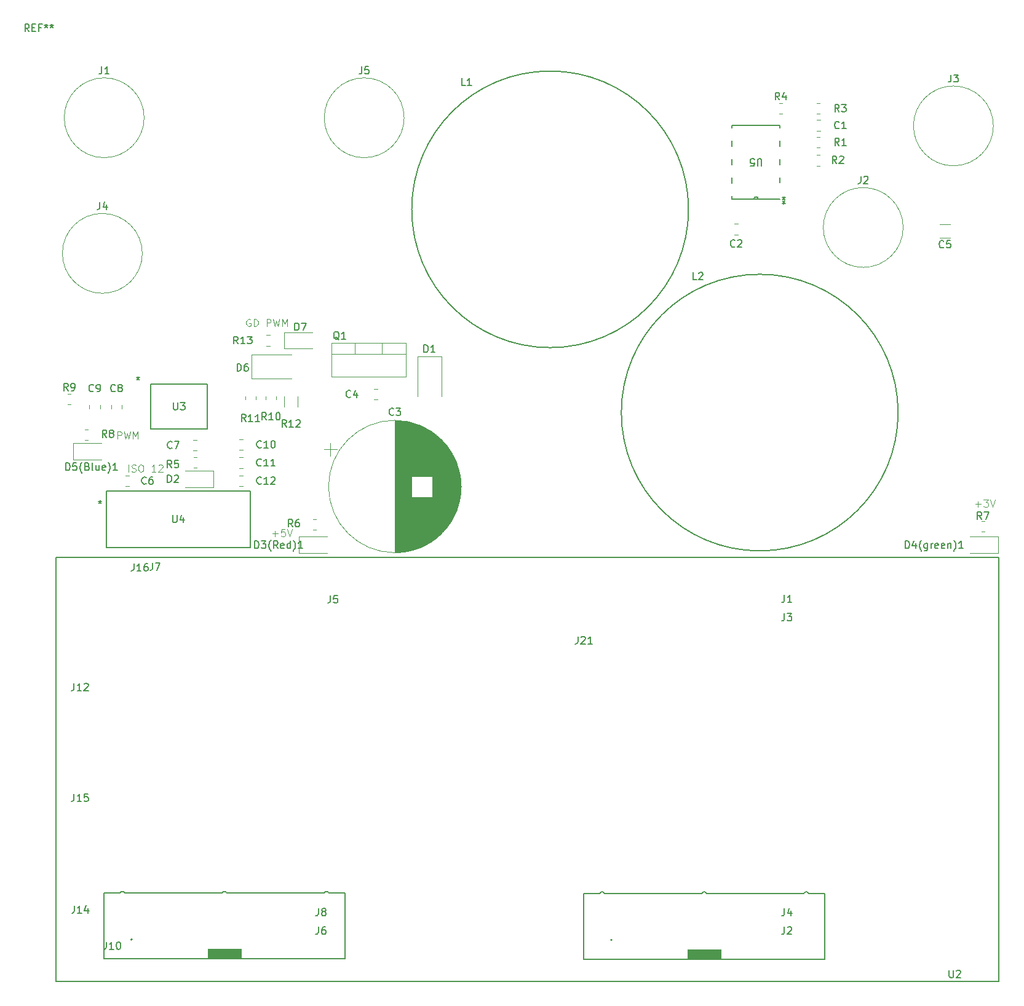
<source format=gbr>
%TF.GenerationSoftware,KiCad,Pcbnew,8.0.8*%
%TF.CreationDate,2025-03-01T14:31:09-05:00*%
%TF.ProjectId,MyFirstBuck,4d794669-7273-4744-9275-636b2e6b6963,rev?*%
%TF.SameCoordinates,Original*%
%TF.FileFunction,Legend,Top*%
%TF.FilePolarity,Positive*%
%FSLAX46Y46*%
G04 Gerber Fmt 4.6, Leading zero omitted, Abs format (unit mm)*
G04 Created by KiCad (PCBNEW 8.0.8) date 2025-03-01 14:31:09*
%MOMM*%
%LPD*%
G01*
G04 APERTURE LIST*
%ADD10C,0.100000*%
%ADD11C,0.150000*%
%ADD12C,0.200000*%
%ADD13C,0.010000*%
%ADD14C,0.152400*%
%ADD15C,0.127000*%
%ADD16C,0.120000*%
G04 APERTURE END LIST*
D10*
X102919884Y-90423466D02*
X103681789Y-90423466D01*
X103300836Y-90804419D02*
X103300836Y-90042514D01*
X104634169Y-89804419D02*
X104157979Y-89804419D01*
X104157979Y-89804419D02*
X104110360Y-90280609D01*
X104110360Y-90280609D02*
X104157979Y-90232990D01*
X104157979Y-90232990D02*
X104253217Y-90185371D01*
X104253217Y-90185371D02*
X104491312Y-90185371D01*
X104491312Y-90185371D02*
X104586550Y-90232990D01*
X104586550Y-90232990D02*
X104634169Y-90280609D01*
X104634169Y-90280609D02*
X104681788Y-90375847D01*
X104681788Y-90375847D02*
X104681788Y-90613942D01*
X104681788Y-90613942D02*
X104634169Y-90709180D01*
X104634169Y-90709180D02*
X104586550Y-90756800D01*
X104586550Y-90756800D02*
X104491312Y-90804419D01*
X104491312Y-90804419D02*
X104253217Y-90804419D01*
X104253217Y-90804419D02*
X104157979Y-90756800D01*
X104157979Y-90756800D02*
X104110360Y-90709180D01*
X104967503Y-89804419D02*
X105300836Y-90804419D01*
X105300836Y-90804419D02*
X105634169Y-89804419D01*
X199693884Y-86359466D02*
X200455789Y-86359466D01*
X200074836Y-86740419D02*
X200074836Y-85978514D01*
X200836741Y-85740419D02*
X201455788Y-85740419D01*
X201455788Y-85740419D02*
X201122455Y-86121371D01*
X201122455Y-86121371D02*
X201265312Y-86121371D01*
X201265312Y-86121371D02*
X201360550Y-86168990D01*
X201360550Y-86168990D02*
X201408169Y-86216609D01*
X201408169Y-86216609D02*
X201455788Y-86311847D01*
X201455788Y-86311847D02*
X201455788Y-86549942D01*
X201455788Y-86549942D02*
X201408169Y-86645180D01*
X201408169Y-86645180D02*
X201360550Y-86692800D01*
X201360550Y-86692800D02*
X201265312Y-86740419D01*
X201265312Y-86740419D02*
X200979598Y-86740419D01*
X200979598Y-86740419D02*
X200884360Y-86692800D01*
X200884360Y-86692800D02*
X200836741Y-86645180D01*
X201741503Y-85740419D02*
X202074836Y-86740419D01*
X202074836Y-86740419D02*
X202408169Y-85740419D01*
X83107884Y-81914419D02*
X83107884Y-80914419D01*
X83536455Y-81866800D02*
X83679312Y-81914419D01*
X83679312Y-81914419D02*
X83917407Y-81914419D01*
X83917407Y-81914419D02*
X84012645Y-81866800D01*
X84012645Y-81866800D02*
X84060264Y-81819180D01*
X84060264Y-81819180D02*
X84107883Y-81723942D01*
X84107883Y-81723942D02*
X84107883Y-81628704D01*
X84107883Y-81628704D02*
X84060264Y-81533466D01*
X84060264Y-81533466D02*
X84012645Y-81485847D01*
X84012645Y-81485847D02*
X83917407Y-81438228D01*
X83917407Y-81438228D02*
X83726931Y-81390609D01*
X83726931Y-81390609D02*
X83631693Y-81342990D01*
X83631693Y-81342990D02*
X83584074Y-81295371D01*
X83584074Y-81295371D02*
X83536455Y-81200133D01*
X83536455Y-81200133D02*
X83536455Y-81104895D01*
X83536455Y-81104895D02*
X83584074Y-81009657D01*
X83584074Y-81009657D02*
X83631693Y-80962038D01*
X83631693Y-80962038D02*
X83726931Y-80914419D01*
X83726931Y-80914419D02*
X83965026Y-80914419D01*
X83965026Y-80914419D02*
X84107883Y-80962038D01*
X84726931Y-80914419D02*
X84917407Y-80914419D01*
X84917407Y-80914419D02*
X85012645Y-80962038D01*
X85012645Y-80962038D02*
X85107883Y-81057276D01*
X85107883Y-81057276D02*
X85155502Y-81247752D01*
X85155502Y-81247752D02*
X85155502Y-81581085D01*
X85155502Y-81581085D02*
X85107883Y-81771561D01*
X85107883Y-81771561D02*
X85012645Y-81866800D01*
X85012645Y-81866800D02*
X84917407Y-81914419D01*
X84917407Y-81914419D02*
X84726931Y-81914419D01*
X84726931Y-81914419D02*
X84631693Y-81866800D01*
X84631693Y-81866800D02*
X84536455Y-81771561D01*
X84536455Y-81771561D02*
X84488836Y-81581085D01*
X84488836Y-81581085D02*
X84488836Y-81247752D01*
X84488836Y-81247752D02*
X84536455Y-81057276D01*
X84536455Y-81057276D02*
X84631693Y-80962038D01*
X84631693Y-80962038D02*
X84726931Y-80914419D01*
X86869788Y-81914419D02*
X86298360Y-81914419D01*
X86584074Y-81914419D02*
X86584074Y-80914419D01*
X86584074Y-80914419D02*
X86488836Y-81057276D01*
X86488836Y-81057276D02*
X86393598Y-81152514D01*
X86393598Y-81152514D02*
X86298360Y-81200133D01*
X87250741Y-81009657D02*
X87298360Y-80962038D01*
X87298360Y-80962038D02*
X87393598Y-80914419D01*
X87393598Y-80914419D02*
X87631693Y-80914419D01*
X87631693Y-80914419D02*
X87726931Y-80962038D01*
X87726931Y-80962038D02*
X87774550Y-81009657D01*
X87774550Y-81009657D02*
X87822169Y-81104895D01*
X87822169Y-81104895D02*
X87822169Y-81200133D01*
X87822169Y-81200133D02*
X87774550Y-81342990D01*
X87774550Y-81342990D02*
X87203122Y-81914419D01*
X87203122Y-81914419D02*
X87822169Y-81914419D01*
X99887693Y-60896038D02*
X99792455Y-60848419D01*
X99792455Y-60848419D02*
X99649598Y-60848419D01*
X99649598Y-60848419D02*
X99506741Y-60896038D01*
X99506741Y-60896038D02*
X99411503Y-60991276D01*
X99411503Y-60991276D02*
X99363884Y-61086514D01*
X99363884Y-61086514D02*
X99316265Y-61276990D01*
X99316265Y-61276990D02*
X99316265Y-61419847D01*
X99316265Y-61419847D02*
X99363884Y-61610323D01*
X99363884Y-61610323D02*
X99411503Y-61705561D01*
X99411503Y-61705561D02*
X99506741Y-61800800D01*
X99506741Y-61800800D02*
X99649598Y-61848419D01*
X99649598Y-61848419D02*
X99744836Y-61848419D01*
X99744836Y-61848419D02*
X99887693Y-61800800D01*
X99887693Y-61800800D02*
X99935312Y-61753180D01*
X99935312Y-61753180D02*
X99935312Y-61419847D01*
X99935312Y-61419847D02*
X99744836Y-61419847D01*
X100363884Y-61848419D02*
X100363884Y-60848419D01*
X100363884Y-60848419D02*
X100601979Y-60848419D01*
X100601979Y-60848419D02*
X100744836Y-60896038D01*
X100744836Y-60896038D02*
X100840074Y-60991276D01*
X100840074Y-60991276D02*
X100887693Y-61086514D01*
X100887693Y-61086514D02*
X100935312Y-61276990D01*
X100935312Y-61276990D02*
X100935312Y-61419847D01*
X100935312Y-61419847D02*
X100887693Y-61610323D01*
X100887693Y-61610323D02*
X100840074Y-61705561D01*
X100840074Y-61705561D02*
X100744836Y-61800800D01*
X100744836Y-61800800D02*
X100601979Y-61848419D01*
X100601979Y-61848419D02*
X100363884Y-61848419D01*
X102125789Y-61848419D02*
X102125789Y-60848419D01*
X102125789Y-60848419D02*
X102506741Y-60848419D01*
X102506741Y-60848419D02*
X102601979Y-60896038D01*
X102601979Y-60896038D02*
X102649598Y-60943657D01*
X102649598Y-60943657D02*
X102697217Y-61038895D01*
X102697217Y-61038895D02*
X102697217Y-61181752D01*
X102697217Y-61181752D02*
X102649598Y-61276990D01*
X102649598Y-61276990D02*
X102601979Y-61324609D01*
X102601979Y-61324609D02*
X102506741Y-61372228D01*
X102506741Y-61372228D02*
X102125789Y-61372228D01*
X103030551Y-60848419D02*
X103268646Y-61848419D01*
X103268646Y-61848419D02*
X103459122Y-61134133D01*
X103459122Y-61134133D02*
X103649598Y-61848419D01*
X103649598Y-61848419D02*
X103887694Y-60848419D01*
X104268646Y-61848419D02*
X104268646Y-60848419D01*
X104268646Y-60848419D02*
X104601979Y-61562704D01*
X104601979Y-61562704D02*
X104935312Y-60848419D01*
X104935312Y-60848419D02*
X104935312Y-61848419D01*
X81583884Y-77342419D02*
X81583884Y-76342419D01*
X81583884Y-76342419D02*
X81964836Y-76342419D01*
X81964836Y-76342419D02*
X82060074Y-76390038D01*
X82060074Y-76390038D02*
X82107693Y-76437657D01*
X82107693Y-76437657D02*
X82155312Y-76532895D01*
X82155312Y-76532895D02*
X82155312Y-76675752D01*
X82155312Y-76675752D02*
X82107693Y-76770990D01*
X82107693Y-76770990D02*
X82060074Y-76818609D01*
X82060074Y-76818609D02*
X81964836Y-76866228D01*
X81964836Y-76866228D02*
X81583884Y-76866228D01*
X82488646Y-76342419D02*
X82726741Y-77342419D01*
X82726741Y-77342419D02*
X82917217Y-76628133D01*
X82917217Y-76628133D02*
X83107693Y-77342419D01*
X83107693Y-77342419D02*
X83345789Y-76342419D01*
X83726741Y-77342419D02*
X83726741Y-76342419D01*
X83726741Y-76342419D02*
X84060074Y-77056704D01*
X84060074Y-77056704D02*
X84393407Y-76342419D01*
X84393407Y-76342419D02*
X84393407Y-77342419D01*
D11*
X69416666Y-21254819D02*
X69083333Y-20778628D01*
X68845238Y-21254819D02*
X68845238Y-20254819D01*
X68845238Y-20254819D02*
X69226190Y-20254819D01*
X69226190Y-20254819D02*
X69321428Y-20302438D01*
X69321428Y-20302438D02*
X69369047Y-20350057D01*
X69369047Y-20350057D02*
X69416666Y-20445295D01*
X69416666Y-20445295D02*
X69416666Y-20588152D01*
X69416666Y-20588152D02*
X69369047Y-20683390D01*
X69369047Y-20683390D02*
X69321428Y-20731009D01*
X69321428Y-20731009D02*
X69226190Y-20778628D01*
X69226190Y-20778628D02*
X68845238Y-20778628D01*
X69845238Y-20731009D02*
X70178571Y-20731009D01*
X70321428Y-21254819D02*
X69845238Y-21254819D01*
X69845238Y-21254819D02*
X69845238Y-20254819D01*
X69845238Y-20254819D02*
X70321428Y-20254819D01*
X71083333Y-20731009D02*
X70750000Y-20731009D01*
X70750000Y-21254819D02*
X70750000Y-20254819D01*
X70750000Y-20254819D02*
X71226190Y-20254819D01*
X71750000Y-20254819D02*
X71750000Y-20492914D01*
X71511905Y-20397676D02*
X71750000Y-20492914D01*
X71750000Y-20492914D02*
X71988095Y-20397676D01*
X71607143Y-20683390D02*
X71750000Y-20492914D01*
X71750000Y-20492914D02*
X71892857Y-20683390D01*
X72511905Y-20254819D02*
X72511905Y-20492914D01*
X72273810Y-20397676D02*
X72511905Y-20492914D01*
X72511905Y-20492914D02*
X72750000Y-20397676D01*
X72369048Y-20683390D02*
X72511905Y-20492914D01*
X72511905Y-20492914D02*
X72654762Y-20683390D01*
X170261904Y-39795180D02*
X170261904Y-38985657D01*
X170261904Y-38985657D02*
X170214285Y-38890419D01*
X170214285Y-38890419D02*
X170166666Y-38842800D01*
X170166666Y-38842800D02*
X170071428Y-38795180D01*
X170071428Y-38795180D02*
X169880952Y-38795180D01*
X169880952Y-38795180D02*
X169785714Y-38842800D01*
X169785714Y-38842800D02*
X169738095Y-38890419D01*
X169738095Y-38890419D02*
X169690476Y-38985657D01*
X169690476Y-38985657D02*
X169690476Y-39795180D01*
X168738095Y-39795180D02*
X169214285Y-39795180D01*
X169214285Y-39795180D02*
X169261904Y-39318990D01*
X169261904Y-39318990D02*
X169214285Y-39366609D01*
X169214285Y-39366609D02*
X169119047Y-39414228D01*
X169119047Y-39414228D02*
X168880952Y-39414228D01*
X168880952Y-39414228D02*
X168785714Y-39366609D01*
X168785714Y-39366609D02*
X168738095Y-39318990D01*
X168738095Y-39318990D02*
X168690476Y-39223752D01*
X168690476Y-39223752D02*
X168690476Y-38985657D01*
X168690476Y-38985657D02*
X168738095Y-38890419D01*
X168738095Y-38890419D02*
X168785714Y-38842800D01*
X168785714Y-38842800D02*
X168880952Y-38795180D01*
X168880952Y-38795180D02*
X169119047Y-38795180D01*
X169119047Y-38795180D02*
X169214285Y-38842800D01*
X169214285Y-38842800D02*
X169261904Y-38890419D01*
X173310000Y-43962619D02*
X173310000Y-44200714D01*
X173071905Y-44105476D02*
X173310000Y-44200714D01*
X173310000Y-44200714D02*
X173548095Y-44105476D01*
X173167143Y-44391190D02*
X173310000Y-44200714D01*
X173310000Y-44200714D02*
X173452857Y-44391190D01*
X173309999Y-45052980D02*
X173309999Y-44814885D01*
X173548094Y-44910123D02*
X173309999Y-44814885D01*
X173309999Y-44814885D02*
X173071904Y-44910123D01*
X173452856Y-44624409D02*
X173309999Y-44814885D01*
X173309999Y-44814885D02*
X173167142Y-44624409D01*
X89193095Y-87890819D02*
X89193095Y-88700342D01*
X89193095Y-88700342D02*
X89240714Y-88795580D01*
X89240714Y-88795580D02*
X89288333Y-88843200D01*
X89288333Y-88843200D02*
X89383571Y-88890819D01*
X89383571Y-88890819D02*
X89574047Y-88890819D01*
X89574047Y-88890819D02*
X89669285Y-88843200D01*
X89669285Y-88843200D02*
X89716904Y-88795580D01*
X89716904Y-88795580D02*
X89764523Y-88700342D01*
X89764523Y-88700342D02*
X89764523Y-87890819D01*
X90669285Y-88224152D02*
X90669285Y-88890819D01*
X90431190Y-87843200D02*
X90193095Y-88557485D01*
X90193095Y-88557485D02*
X90812142Y-88557485D01*
X79185400Y-85815819D02*
X79185400Y-86053914D01*
X78947305Y-85958676D02*
X79185400Y-86053914D01*
X79185400Y-86053914D02*
X79423495Y-85958676D01*
X79042543Y-86244390D02*
X79185400Y-86053914D01*
X79185400Y-86053914D02*
X79328257Y-86244390D01*
X79185400Y-85815819D02*
X79185400Y-86053914D01*
X78947305Y-85958676D02*
X79185400Y-86053914D01*
X79185400Y-86053914D02*
X79423495Y-85958676D01*
X79042543Y-86244390D02*
X79185400Y-86053914D01*
X79185400Y-86053914D02*
X79328257Y-86244390D01*
X89287095Y-72380819D02*
X89287095Y-73190342D01*
X89287095Y-73190342D02*
X89334714Y-73285580D01*
X89334714Y-73285580D02*
X89382333Y-73333200D01*
X89382333Y-73333200D02*
X89477571Y-73380819D01*
X89477571Y-73380819D02*
X89668047Y-73380819D01*
X89668047Y-73380819D02*
X89763285Y-73333200D01*
X89763285Y-73333200D02*
X89810904Y-73285580D01*
X89810904Y-73285580D02*
X89858523Y-73190342D01*
X89858523Y-73190342D02*
X89858523Y-72380819D01*
X90239476Y-72380819D02*
X90858523Y-72380819D01*
X90858523Y-72380819D02*
X90525190Y-72761771D01*
X90525190Y-72761771D02*
X90668047Y-72761771D01*
X90668047Y-72761771D02*
X90763285Y-72809390D01*
X90763285Y-72809390D02*
X90810904Y-72857009D01*
X90810904Y-72857009D02*
X90858523Y-72952247D01*
X90858523Y-72952247D02*
X90858523Y-73190342D01*
X90858523Y-73190342D02*
X90810904Y-73285580D01*
X90810904Y-73285580D02*
X90763285Y-73333200D01*
X90763285Y-73333200D02*
X90668047Y-73380819D01*
X90668047Y-73380819D02*
X90382333Y-73380819D01*
X90382333Y-73380819D02*
X90287095Y-73333200D01*
X90287095Y-73333200D02*
X90239476Y-73285580D01*
X84410200Y-68774019D02*
X84410200Y-69012114D01*
X84172105Y-68916876D02*
X84410200Y-69012114D01*
X84410200Y-69012114D02*
X84648295Y-68916876D01*
X84267343Y-69202590D02*
X84410200Y-69012114D01*
X84410200Y-69012114D02*
X84553057Y-69202590D01*
X84410200Y-68774019D02*
X84410200Y-69012114D01*
X84172105Y-68916876D02*
X84410200Y-69012114D01*
X84410200Y-69012114D02*
X84648295Y-68916876D01*
X84267343Y-69202590D02*
X84410200Y-69012114D01*
X84410200Y-69012114D02*
X84553057Y-69202590D01*
X161332842Y-55456182D02*
X160855249Y-55456182D01*
X160855249Y-55456182D02*
X160855249Y-54453237D01*
X161619398Y-54548755D02*
X161667157Y-54500996D01*
X161667157Y-54500996D02*
X161762676Y-54453237D01*
X161762676Y-54453237D02*
X162001472Y-54453237D01*
X162001472Y-54453237D02*
X162096991Y-54500996D01*
X162096991Y-54500996D02*
X162144750Y-54548755D01*
X162144750Y-54548755D02*
X162192509Y-54644274D01*
X162192509Y-54644274D02*
X162192509Y-54739793D01*
X162192509Y-54739793D02*
X162144750Y-54883070D01*
X162144750Y-54883070D02*
X161571638Y-55456182D01*
X161571638Y-55456182D02*
X162192509Y-55456182D01*
X129477842Y-28706182D02*
X129000249Y-28706182D01*
X129000249Y-28706182D02*
X129000249Y-27703237D01*
X130337509Y-28706182D02*
X129764398Y-28706182D01*
X130050953Y-28706182D02*
X130050953Y-27703237D01*
X130050953Y-27703237D02*
X129955435Y-27846515D01*
X129955435Y-27846515D02*
X129859916Y-27942033D01*
X129859916Y-27942033D02*
X129764398Y-27989793D01*
X79422666Y-26090819D02*
X79422666Y-26805104D01*
X79422666Y-26805104D02*
X79375047Y-26947961D01*
X79375047Y-26947961D02*
X79279809Y-27043200D01*
X79279809Y-27043200D02*
X79136952Y-27090819D01*
X79136952Y-27090819D02*
X79041714Y-27090819D01*
X80422666Y-27090819D02*
X79851238Y-27090819D01*
X80136952Y-27090819D02*
X80136952Y-26090819D01*
X80136952Y-26090819D02*
X80041714Y-26233676D01*
X80041714Y-26233676D02*
X79946476Y-26328914D01*
X79946476Y-26328914D02*
X79851238Y-26376533D01*
X183916666Y-41204819D02*
X183916666Y-41919104D01*
X183916666Y-41919104D02*
X183869047Y-42061961D01*
X183869047Y-42061961D02*
X183773809Y-42157200D01*
X183773809Y-42157200D02*
X183630952Y-42204819D01*
X183630952Y-42204819D02*
X183535714Y-42204819D01*
X184345238Y-41300057D02*
X184392857Y-41252438D01*
X184392857Y-41252438D02*
X184488095Y-41204819D01*
X184488095Y-41204819D02*
X184726190Y-41204819D01*
X184726190Y-41204819D02*
X184821428Y-41252438D01*
X184821428Y-41252438D02*
X184869047Y-41300057D01*
X184869047Y-41300057D02*
X184916666Y-41395295D01*
X184916666Y-41395295D02*
X184916666Y-41490533D01*
X184916666Y-41490533D02*
X184869047Y-41633390D01*
X184869047Y-41633390D02*
X184297619Y-42204819D01*
X184297619Y-42204819D02*
X184916666Y-42204819D01*
X196331666Y-27210819D02*
X196331666Y-27925104D01*
X196331666Y-27925104D02*
X196284047Y-28067961D01*
X196284047Y-28067961D02*
X196188809Y-28163200D01*
X196188809Y-28163200D02*
X196045952Y-28210819D01*
X196045952Y-28210819D02*
X195950714Y-28210819D01*
X196712619Y-27210819D02*
X197331666Y-27210819D01*
X197331666Y-27210819D02*
X196998333Y-27591771D01*
X196998333Y-27591771D02*
X197141190Y-27591771D01*
X197141190Y-27591771D02*
X197236428Y-27639390D01*
X197236428Y-27639390D02*
X197284047Y-27687009D01*
X197284047Y-27687009D02*
X197331666Y-27782247D01*
X197331666Y-27782247D02*
X197331666Y-28020342D01*
X197331666Y-28020342D02*
X197284047Y-28115580D01*
X197284047Y-28115580D02*
X197236428Y-28163200D01*
X197236428Y-28163200D02*
X197141190Y-28210819D01*
X197141190Y-28210819D02*
X196855476Y-28210819D01*
X196855476Y-28210819D02*
X196760238Y-28163200D01*
X196760238Y-28163200D02*
X196712619Y-28115580D01*
X115215666Y-26090819D02*
X115215666Y-26805104D01*
X115215666Y-26805104D02*
X115168047Y-26947961D01*
X115168047Y-26947961D02*
X115072809Y-27043200D01*
X115072809Y-27043200D02*
X114929952Y-27090819D01*
X114929952Y-27090819D02*
X114834714Y-27090819D01*
X116168047Y-26090819D02*
X115691857Y-26090819D01*
X115691857Y-26090819D02*
X115644238Y-26567009D01*
X115644238Y-26567009D02*
X115691857Y-26519390D01*
X115691857Y-26519390D02*
X115787095Y-26471771D01*
X115787095Y-26471771D02*
X116025190Y-26471771D01*
X116025190Y-26471771D02*
X116120428Y-26519390D01*
X116120428Y-26519390D02*
X116168047Y-26567009D01*
X116168047Y-26567009D02*
X116215666Y-26662247D01*
X116215666Y-26662247D02*
X116215666Y-26900342D01*
X116215666Y-26900342D02*
X116168047Y-26995580D01*
X116168047Y-26995580D02*
X116120428Y-27043200D01*
X116120428Y-27043200D02*
X116025190Y-27090819D01*
X116025190Y-27090819D02*
X115787095Y-27090819D01*
X115787095Y-27090819D02*
X115691857Y-27043200D01*
X115691857Y-27043200D02*
X115644238Y-26995580D01*
X180920833Y-34548580D02*
X180873214Y-34596200D01*
X180873214Y-34596200D02*
X180730357Y-34643819D01*
X180730357Y-34643819D02*
X180635119Y-34643819D01*
X180635119Y-34643819D02*
X180492262Y-34596200D01*
X180492262Y-34596200D02*
X180397024Y-34500961D01*
X180397024Y-34500961D02*
X180349405Y-34405723D01*
X180349405Y-34405723D02*
X180301786Y-34215247D01*
X180301786Y-34215247D02*
X180301786Y-34072390D01*
X180301786Y-34072390D02*
X180349405Y-33881914D01*
X180349405Y-33881914D02*
X180397024Y-33786676D01*
X180397024Y-33786676D02*
X180492262Y-33691438D01*
X180492262Y-33691438D02*
X180635119Y-33643819D01*
X180635119Y-33643819D02*
X180730357Y-33643819D01*
X180730357Y-33643819D02*
X180873214Y-33691438D01*
X180873214Y-33691438D02*
X180920833Y-33739057D01*
X181873214Y-34643819D02*
X181301786Y-34643819D01*
X181587500Y-34643819D02*
X181587500Y-33643819D01*
X181587500Y-33643819D02*
X181492262Y-33786676D01*
X181492262Y-33786676D02*
X181397024Y-33881914D01*
X181397024Y-33881914D02*
X181301786Y-33929533D01*
X172719333Y-30662819D02*
X172386000Y-30186628D01*
X172147905Y-30662819D02*
X172147905Y-29662819D01*
X172147905Y-29662819D02*
X172528857Y-29662819D01*
X172528857Y-29662819D02*
X172624095Y-29710438D01*
X172624095Y-29710438D02*
X172671714Y-29758057D01*
X172671714Y-29758057D02*
X172719333Y-29853295D01*
X172719333Y-29853295D02*
X172719333Y-29996152D01*
X172719333Y-29996152D02*
X172671714Y-30091390D01*
X172671714Y-30091390D02*
X172624095Y-30139009D01*
X172624095Y-30139009D02*
X172528857Y-30186628D01*
X172528857Y-30186628D02*
X172147905Y-30186628D01*
X173576476Y-29996152D02*
X173576476Y-30662819D01*
X173338381Y-29615200D02*
X173100286Y-30329485D01*
X173100286Y-30329485D02*
X173719333Y-30329485D01*
X200562333Y-88454819D02*
X200229000Y-87978628D01*
X199990905Y-88454819D02*
X199990905Y-87454819D01*
X199990905Y-87454819D02*
X200371857Y-87454819D01*
X200371857Y-87454819D02*
X200467095Y-87502438D01*
X200467095Y-87502438D02*
X200514714Y-87550057D01*
X200514714Y-87550057D02*
X200562333Y-87645295D01*
X200562333Y-87645295D02*
X200562333Y-87788152D01*
X200562333Y-87788152D02*
X200514714Y-87883390D01*
X200514714Y-87883390D02*
X200467095Y-87931009D01*
X200467095Y-87931009D02*
X200371857Y-87978628D01*
X200371857Y-87978628D02*
X199990905Y-87978628D01*
X200895667Y-87454819D02*
X201562333Y-87454819D01*
X201562333Y-87454819D02*
X201133762Y-88454819D01*
X100488095Y-92454819D02*
X100488095Y-91454819D01*
X100488095Y-91454819D02*
X100726190Y-91454819D01*
X100726190Y-91454819D02*
X100869047Y-91502438D01*
X100869047Y-91502438D02*
X100964285Y-91597676D01*
X100964285Y-91597676D02*
X101011904Y-91692914D01*
X101011904Y-91692914D02*
X101059523Y-91883390D01*
X101059523Y-91883390D02*
X101059523Y-92026247D01*
X101059523Y-92026247D02*
X101011904Y-92216723D01*
X101011904Y-92216723D02*
X100964285Y-92311961D01*
X100964285Y-92311961D02*
X100869047Y-92407200D01*
X100869047Y-92407200D02*
X100726190Y-92454819D01*
X100726190Y-92454819D02*
X100488095Y-92454819D01*
X101392857Y-91454819D02*
X102011904Y-91454819D01*
X102011904Y-91454819D02*
X101678571Y-91835771D01*
X101678571Y-91835771D02*
X101821428Y-91835771D01*
X101821428Y-91835771D02*
X101916666Y-91883390D01*
X101916666Y-91883390D02*
X101964285Y-91931009D01*
X101964285Y-91931009D02*
X102011904Y-92026247D01*
X102011904Y-92026247D02*
X102011904Y-92264342D01*
X102011904Y-92264342D02*
X101964285Y-92359580D01*
X101964285Y-92359580D02*
X101916666Y-92407200D01*
X101916666Y-92407200D02*
X101821428Y-92454819D01*
X101821428Y-92454819D02*
X101535714Y-92454819D01*
X101535714Y-92454819D02*
X101440476Y-92407200D01*
X101440476Y-92407200D02*
X101392857Y-92359580D01*
X102726190Y-92835771D02*
X102678571Y-92788152D01*
X102678571Y-92788152D02*
X102583333Y-92645295D01*
X102583333Y-92645295D02*
X102535714Y-92550057D01*
X102535714Y-92550057D02*
X102488095Y-92407200D01*
X102488095Y-92407200D02*
X102440476Y-92169104D01*
X102440476Y-92169104D02*
X102440476Y-91978628D01*
X102440476Y-91978628D02*
X102488095Y-91740533D01*
X102488095Y-91740533D02*
X102535714Y-91597676D01*
X102535714Y-91597676D02*
X102583333Y-91502438D01*
X102583333Y-91502438D02*
X102678571Y-91359580D01*
X102678571Y-91359580D02*
X102726190Y-91311961D01*
X103678571Y-92454819D02*
X103345238Y-91978628D01*
X103107143Y-92454819D02*
X103107143Y-91454819D01*
X103107143Y-91454819D02*
X103488095Y-91454819D01*
X103488095Y-91454819D02*
X103583333Y-91502438D01*
X103583333Y-91502438D02*
X103630952Y-91550057D01*
X103630952Y-91550057D02*
X103678571Y-91645295D01*
X103678571Y-91645295D02*
X103678571Y-91788152D01*
X103678571Y-91788152D02*
X103630952Y-91883390D01*
X103630952Y-91883390D02*
X103583333Y-91931009D01*
X103583333Y-91931009D02*
X103488095Y-91978628D01*
X103488095Y-91978628D02*
X103107143Y-91978628D01*
X104488095Y-92407200D02*
X104392857Y-92454819D01*
X104392857Y-92454819D02*
X104202381Y-92454819D01*
X104202381Y-92454819D02*
X104107143Y-92407200D01*
X104107143Y-92407200D02*
X104059524Y-92311961D01*
X104059524Y-92311961D02*
X104059524Y-91931009D01*
X104059524Y-91931009D02*
X104107143Y-91835771D01*
X104107143Y-91835771D02*
X104202381Y-91788152D01*
X104202381Y-91788152D02*
X104392857Y-91788152D01*
X104392857Y-91788152D02*
X104488095Y-91835771D01*
X104488095Y-91835771D02*
X104535714Y-91931009D01*
X104535714Y-91931009D02*
X104535714Y-92026247D01*
X104535714Y-92026247D02*
X104059524Y-92121485D01*
X105392857Y-92454819D02*
X105392857Y-91454819D01*
X105392857Y-92407200D02*
X105297619Y-92454819D01*
X105297619Y-92454819D02*
X105107143Y-92454819D01*
X105107143Y-92454819D02*
X105011905Y-92407200D01*
X105011905Y-92407200D02*
X104964286Y-92359580D01*
X104964286Y-92359580D02*
X104916667Y-92264342D01*
X104916667Y-92264342D02*
X104916667Y-91978628D01*
X104916667Y-91978628D02*
X104964286Y-91883390D01*
X104964286Y-91883390D02*
X105011905Y-91835771D01*
X105011905Y-91835771D02*
X105107143Y-91788152D01*
X105107143Y-91788152D02*
X105297619Y-91788152D01*
X105297619Y-91788152D02*
X105392857Y-91835771D01*
X105773810Y-92835771D02*
X105821429Y-92788152D01*
X105821429Y-92788152D02*
X105916667Y-92645295D01*
X105916667Y-92645295D02*
X105964286Y-92550057D01*
X105964286Y-92550057D02*
X106011905Y-92407200D01*
X106011905Y-92407200D02*
X106059524Y-92169104D01*
X106059524Y-92169104D02*
X106059524Y-91978628D01*
X106059524Y-91978628D02*
X106011905Y-91740533D01*
X106011905Y-91740533D02*
X105964286Y-91597676D01*
X105964286Y-91597676D02*
X105916667Y-91502438D01*
X105916667Y-91502438D02*
X105821429Y-91359580D01*
X105821429Y-91359580D02*
X105773810Y-91311961D01*
X107059524Y-92454819D02*
X106488096Y-92454819D01*
X106773810Y-92454819D02*
X106773810Y-91454819D01*
X106773810Y-91454819D02*
X106678572Y-91597676D01*
X106678572Y-91597676D02*
X106583334Y-91692914D01*
X106583334Y-91692914D02*
X106488096Y-91740533D01*
X195333333Y-50959580D02*
X195285714Y-51007200D01*
X195285714Y-51007200D02*
X195142857Y-51054819D01*
X195142857Y-51054819D02*
X195047619Y-51054819D01*
X195047619Y-51054819D02*
X194904762Y-51007200D01*
X194904762Y-51007200D02*
X194809524Y-50911961D01*
X194809524Y-50911961D02*
X194761905Y-50816723D01*
X194761905Y-50816723D02*
X194714286Y-50626247D01*
X194714286Y-50626247D02*
X194714286Y-50483390D01*
X194714286Y-50483390D02*
X194761905Y-50292914D01*
X194761905Y-50292914D02*
X194809524Y-50197676D01*
X194809524Y-50197676D02*
X194904762Y-50102438D01*
X194904762Y-50102438D02*
X195047619Y-50054819D01*
X195047619Y-50054819D02*
X195142857Y-50054819D01*
X195142857Y-50054819D02*
X195285714Y-50102438D01*
X195285714Y-50102438D02*
X195333333Y-50150057D01*
X196238095Y-50054819D02*
X195761905Y-50054819D01*
X195761905Y-50054819D02*
X195714286Y-50531009D01*
X195714286Y-50531009D02*
X195761905Y-50483390D01*
X195761905Y-50483390D02*
X195857143Y-50435771D01*
X195857143Y-50435771D02*
X196095238Y-50435771D01*
X196095238Y-50435771D02*
X196190476Y-50483390D01*
X196190476Y-50483390D02*
X196238095Y-50531009D01*
X196238095Y-50531009D02*
X196285714Y-50626247D01*
X196285714Y-50626247D02*
X196285714Y-50864342D01*
X196285714Y-50864342D02*
X196238095Y-50959580D01*
X196238095Y-50959580D02*
X196190476Y-51007200D01*
X196190476Y-51007200D02*
X196095238Y-51054819D01*
X196095238Y-51054819D02*
X195857143Y-51054819D01*
X195857143Y-51054819D02*
X195761905Y-51007200D01*
X195761905Y-51007200D02*
X195714286Y-50959580D01*
X180593333Y-39424819D02*
X180260000Y-38948628D01*
X180021905Y-39424819D02*
X180021905Y-38424819D01*
X180021905Y-38424819D02*
X180402857Y-38424819D01*
X180402857Y-38424819D02*
X180498095Y-38472438D01*
X180498095Y-38472438D02*
X180545714Y-38520057D01*
X180545714Y-38520057D02*
X180593333Y-38615295D01*
X180593333Y-38615295D02*
X180593333Y-38758152D01*
X180593333Y-38758152D02*
X180545714Y-38853390D01*
X180545714Y-38853390D02*
X180498095Y-38901009D01*
X180498095Y-38901009D02*
X180402857Y-38948628D01*
X180402857Y-38948628D02*
X180021905Y-38948628D01*
X180974286Y-38520057D02*
X181021905Y-38472438D01*
X181021905Y-38472438D02*
X181117143Y-38424819D01*
X181117143Y-38424819D02*
X181355238Y-38424819D01*
X181355238Y-38424819D02*
X181450476Y-38472438D01*
X181450476Y-38472438D02*
X181498095Y-38520057D01*
X181498095Y-38520057D02*
X181545714Y-38615295D01*
X181545714Y-38615295D02*
X181545714Y-38710533D01*
X181545714Y-38710533D02*
X181498095Y-38853390D01*
X181498095Y-38853390D02*
X180926667Y-39424819D01*
X180926667Y-39424819D02*
X181545714Y-39424819D01*
X166583333Y-50859580D02*
X166535714Y-50907200D01*
X166535714Y-50907200D02*
X166392857Y-50954819D01*
X166392857Y-50954819D02*
X166297619Y-50954819D01*
X166297619Y-50954819D02*
X166154762Y-50907200D01*
X166154762Y-50907200D02*
X166059524Y-50811961D01*
X166059524Y-50811961D02*
X166011905Y-50716723D01*
X166011905Y-50716723D02*
X165964286Y-50526247D01*
X165964286Y-50526247D02*
X165964286Y-50383390D01*
X165964286Y-50383390D02*
X166011905Y-50192914D01*
X166011905Y-50192914D02*
X166059524Y-50097676D01*
X166059524Y-50097676D02*
X166154762Y-50002438D01*
X166154762Y-50002438D02*
X166297619Y-49954819D01*
X166297619Y-49954819D02*
X166392857Y-49954819D01*
X166392857Y-49954819D02*
X166535714Y-50002438D01*
X166535714Y-50002438D02*
X166583333Y-50050057D01*
X166964286Y-50050057D02*
X167011905Y-50002438D01*
X167011905Y-50002438D02*
X167107143Y-49954819D01*
X167107143Y-49954819D02*
X167345238Y-49954819D01*
X167345238Y-49954819D02*
X167440476Y-50002438D01*
X167440476Y-50002438D02*
X167488095Y-50050057D01*
X167488095Y-50050057D02*
X167535714Y-50145295D01*
X167535714Y-50145295D02*
X167535714Y-50240533D01*
X167535714Y-50240533D02*
X167488095Y-50383390D01*
X167488095Y-50383390D02*
X166916667Y-50954819D01*
X166916667Y-50954819D02*
X167535714Y-50954819D01*
X74476190Y-81704819D02*
X74476190Y-80704819D01*
X74476190Y-80704819D02*
X74714285Y-80704819D01*
X74714285Y-80704819D02*
X74857142Y-80752438D01*
X74857142Y-80752438D02*
X74952380Y-80847676D01*
X74952380Y-80847676D02*
X74999999Y-80942914D01*
X74999999Y-80942914D02*
X75047618Y-81133390D01*
X75047618Y-81133390D02*
X75047618Y-81276247D01*
X75047618Y-81276247D02*
X74999999Y-81466723D01*
X74999999Y-81466723D02*
X74952380Y-81561961D01*
X74952380Y-81561961D02*
X74857142Y-81657200D01*
X74857142Y-81657200D02*
X74714285Y-81704819D01*
X74714285Y-81704819D02*
X74476190Y-81704819D01*
X75952380Y-80704819D02*
X75476190Y-80704819D01*
X75476190Y-80704819D02*
X75428571Y-81181009D01*
X75428571Y-81181009D02*
X75476190Y-81133390D01*
X75476190Y-81133390D02*
X75571428Y-81085771D01*
X75571428Y-81085771D02*
X75809523Y-81085771D01*
X75809523Y-81085771D02*
X75904761Y-81133390D01*
X75904761Y-81133390D02*
X75952380Y-81181009D01*
X75952380Y-81181009D02*
X75999999Y-81276247D01*
X75999999Y-81276247D02*
X75999999Y-81514342D01*
X75999999Y-81514342D02*
X75952380Y-81609580D01*
X75952380Y-81609580D02*
X75904761Y-81657200D01*
X75904761Y-81657200D02*
X75809523Y-81704819D01*
X75809523Y-81704819D02*
X75571428Y-81704819D01*
X75571428Y-81704819D02*
X75476190Y-81657200D01*
X75476190Y-81657200D02*
X75428571Y-81609580D01*
X76714285Y-82085771D02*
X76666666Y-82038152D01*
X76666666Y-82038152D02*
X76571428Y-81895295D01*
X76571428Y-81895295D02*
X76523809Y-81800057D01*
X76523809Y-81800057D02*
X76476190Y-81657200D01*
X76476190Y-81657200D02*
X76428571Y-81419104D01*
X76428571Y-81419104D02*
X76428571Y-81228628D01*
X76428571Y-81228628D02*
X76476190Y-80990533D01*
X76476190Y-80990533D02*
X76523809Y-80847676D01*
X76523809Y-80847676D02*
X76571428Y-80752438D01*
X76571428Y-80752438D02*
X76666666Y-80609580D01*
X76666666Y-80609580D02*
X76714285Y-80561961D01*
X77428571Y-81181009D02*
X77571428Y-81228628D01*
X77571428Y-81228628D02*
X77619047Y-81276247D01*
X77619047Y-81276247D02*
X77666666Y-81371485D01*
X77666666Y-81371485D02*
X77666666Y-81514342D01*
X77666666Y-81514342D02*
X77619047Y-81609580D01*
X77619047Y-81609580D02*
X77571428Y-81657200D01*
X77571428Y-81657200D02*
X77476190Y-81704819D01*
X77476190Y-81704819D02*
X77095238Y-81704819D01*
X77095238Y-81704819D02*
X77095238Y-80704819D01*
X77095238Y-80704819D02*
X77428571Y-80704819D01*
X77428571Y-80704819D02*
X77523809Y-80752438D01*
X77523809Y-80752438D02*
X77571428Y-80800057D01*
X77571428Y-80800057D02*
X77619047Y-80895295D01*
X77619047Y-80895295D02*
X77619047Y-80990533D01*
X77619047Y-80990533D02*
X77571428Y-81085771D01*
X77571428Y-81085771D02*
X77523809Y-81133390D01*
X77523809Y-81133390D02*
X77428571Y-81181009D01*
X77428571Y-81181009D02*
X77095238Y-81181009D01*
X78238095Y-81704819D02*
X78142857Y-81657200D01*
X78142857Y-81657200D02*
X78095238Y-81561961D01*
X78095238Y-81561961D02*
X78095238Y-80704819D01*
X79047619Y-81038152D02*
X79047619Y-81704819D01*
X78619048Y-81038152D02*
X78619048Y-81561961D01*
X78619048Y-81561961D02*
X78666667Y-81657200D01*
X78666667Y-81657200D02*
X78761905Y-81704819D01*
X78761905Y-81704819D02*
X78904762Y-81704819D01*
X78904762Y-81704819D02*
X79000000Y-81657200D01*
X79000000Y-81657200D02*
X79047619Y-81609580D01*
X79904762Y-81657200D02*
X79809524Y-81704819D01*
X79809524Y-81704819D02*
X79619048Y-81704819D01*
X79619048Y-81704819D02*
X79523810Y-81657200D01*
X79523810Y-81657200D02*
X79476191Y-81561961D01*
X79476191Y-81561961D02*
X79476191Y-81181009D01*
X79476191Y-81181009D02*
X79523810Y-81085771D01*
X79523810Y-81085771D02*
X79619048Y-81038152D01*
X79619048Y-81038152D02*
X79809524Y-81038152D01*
X79809524Y-81038152D02*
X79904762Y-81085771D01*
X79904762Y-81085771D02*
X79952381Y-81181009D01*
X79952381Y-81181009D02*
X79952381Y-81276247D01*
X79952381Y-81276247D02*
X79476191Y-81371485D01*
X80285715Y-82085771D02*
X80333334Y-82038152D01*
X80333334Y-82038152D02*
X80428572Y-81895295D01*
X80428572Y-81895295D02*
X80476191Y-81800057D01*
X80476191Y-81800057D02*
X80523810Y-81657200D01*
X80523810Y-81657200D02*
X80571429Y-81419104D01*
X80571429Y-81419104D02*
X80571429Y-81228628D01*
X80571429Y-81228628D02*
X80523810Y-80990533D01*
X80523810Y-80990533D02*
X80476191Y-80847676D01*
X80476191Y-80847676D02*
X80428572Y-80752438D01*
X80428572Y-80752438D02*
X80333334Y-80609580D01*
X80333334Y-80609580D02*
X80285715Y-80561961D01*
X81571429Y-81704819D02*
X81000001Y-81704819D01*
X81285715Y-81704819D02*
X81285715Y-80704819D01*
X81285715Y-80704819D02*
X81190477Y-80847676D01*
X81190477Y-80847676D02*
X81095239Y-80942914D01*
X81095239Y-80942914D02*
X81000001Y-80990533D01*
X80097333Y-77162819D02*
X79764000Y-76686628D01*
X79525905Y-77162819D02*
X79525905Y-76162819D01*
X79525905Y-76162819D02*
X79906857Y-76162819D01*
X79906857Y-76162819D02*
X80002095Y-76210438D01*
X80002095Y-76210438D02*
X80049714Y-76258057D01*
X80049714Y-76258057D02*
X80097333Y-76353295D01*
X80097333Y-76353295D02*
X80097333Y-76496152D01*
X80097333Y-76496152D02*
X80049714Y-76591390D01*
X80049714Y-76591390D02*
X80002095Y-76639009D01*
X80002095Y-76639009D02*
X79906857Y-76686628D01*
X79906857Y-76686628D02*
X79525905Y-76686628D01*
X80668762Y-76591390D02*
X80573524Y-76543771D01*
X80573524Y-76543771D02*
X80525905Y-76496152D01*
X80525905Y-76496152D02*
X80478286Y-76400914D01*
X80478286Y-76400914D02*
X80478286Y-76353295D01*
X80478286Y-76353295D02*
X80525905Y-76258057D01*
X80525905Y-76258057D02*
X80573524Y-76210438D01*
X80573524Y-76210438D02*
X80668762Y-76162819D01*
X80668762Y-76162819D02*
X80859238Y-76162819D01*
X80859238Y-76162819D02*
X80954476Y-76210438D01*
X80954476Y-76210438D02*
X81002095Y-76258057D01*
X81002095Y-76258057D02*
X81049714Y-76353295D01*
X81049714Y-76353295D02*
X81049714Y-76400914D01*
X81049714Y-76400914D02*
X81002095Y-76496152D01*
X81002095Y-76496152D02*
X80954476Y-76543771D01*
X80954476Y-76543771D02*
X80859238Y-76591390D01*
X80859238Y-76591390D02*
X80668762Y-76591390D01*
X80668762Y-76591390D02*
X80573524Y-76639009D01*
X80573524Y-76639009D02*
X80525905Y-76686628D01*
X80525905Y-76686628D02*
X80478286Y-76781866D01*
X80478286Y-76781866D02*
X80478286Y-76972342D01*
X80478286Y-76972342D02*
X80525905Y-77067580D01*
X80525905Y-77067580D02*
X80573524Y-77115200D01*
X80573524Y-77115200D02*
X80668762Y-77162819D01*
X80668762Y-77162819D02*
X80859238Y-77162819D01*
X80859238Y-77162819D02*
X80954476Y-77115200D01*
X80954476Y-77115200D02*
X81002095Y-77067580D01*
X81002095Y-77067580D02*
X81049714Y-76972342D01*
X81049714Y-76972342D02*
X81049714Y-76781866D01*
X81049714Y-76781866D02*
X81002095Y-76686628D01*
X81002095Y-76686628D02*
X80954476Y-76639009D01*
X80954476Y-76639009D02*
X80859238Y-76591390D01*
X79168666Y-44770819D02*
X79168666Y-45485104D01*
X79168666Y-45485104D02*
X79121047Y-45627961D01*
X79121047Y-45627961D02*
X79025809Y-45723200D01*
X79025809Y-45723200D02*
X78882952Y-45770819D01*
X78882952Y-45770819D02*
X78787714Y-45770819D01*
X80073428Y-45104152D02*
X80073428Y-45770819D01*
X79835333Y-44723200D02*
X79597238Y-45437485D01*
X79597238Y-45437485D02*
X80216285Y-45437485D01*
X99248142Y-74992819D02*
X98914809Y-74516628D01*
X98676714Y-74992819D02*
X98676714Y-73992819D01*
X98676714Y-73992819D02*
X99057666Y-73992819D01*
X99057666Y-73992819D02*
X99152904Y-74040438D01*
X99152904Y-74040438D02*
X99200523Y-74088057D01*
X99200523Y-74088057D02*
X99248142Y-74183295D01*
X99248142Y-74183295D02*
X99248142Y-74326152D01*
X99248142Y-74326152D02*
X99200523Y-74421390D01*
X99200523Y-74421390D02*
X99152904Y-74469009D01*
X99152904Y-74469009D02*
X99057666Y-74516628D01*
X99057666Y-74516628D02*
X98676714Y-74516628D01*
X100200523Y-74992819D02*
X99629095Y-74992819D01*
X99914809Y-74992819D02*
X99914809Y-73992819D01*
X99914809Y-73992819D02*
X99819571Y-74135676D01*
X99819571Y-74135676D02*
X99724333Y-74230914D01*
X99724333Y-74230914D02*
X99629095Y-74278533D01*
X101152904Y-74992819D02*
X100581476Y-74992819D01*
X100867190Y-74992819D02*
X100867190Y-73992819D01*
X100867190Y-73992819D02*
X100771952Y-74135676D01*
X100771952Y-74135676D02*
X100676714Y-74230914D01*
X100676714Y-74230914D02*
X100581476Y-74278533D01*
X98067905Y-68018819D02*
X98067905Y-67018819D01*
X98067905Y-67018819D02*
X98306000Y-67018819D01*
X98306000Y-67018819D02*
X98448857Y-67066438D01*
X98448857Y-67066438D02*
X98544095Y-67161676D01*
X98544095Y-67161676D02*
X98591714Y-67256914D01*
X98591714Y-67256914D02*
X98639333Y-67447390D01*
X98639333Y-67447390D02*
X98639333Y-67590247D01*
X98639333Y-67590247D02*
X98591714Y-67780723D01*
X98591714Y-67780723D02*
X98544095Y-67875961D01*
X98544095Y-67875961D02*
X98448857Y-67971200D01*
X98448857Y-67971200D02*
X98306000Y-68018819D01*
X98306000Y-68018819D02*
X98067905Y-68018819D01*
X99496476Y-67018819D02*
X99306000Y-67018819D01*
X99306000Y-67018819D02*
X99210762Y-67066438D01*
X99210762Y-67066438D02*
X99163143Y-67114057D01*
X99163143Y-67114057D02*
X99067905Y-67256914D01*
X99067905Y-67256914D02*
X99020286Y-67447390D01*
X99020286Y-67447390D02*
X99020286Y-67828342D01*
X99020286Y-67828342D02*
X99067905Y-67923580D01*
X99067905Y-67923580D02*
X99115524Y-67971200D01*
X99115524Y-67971200D02*
X99210762Y-68018819D01*
X99210762Y-68018819D02*
X99401238Y-68018819D01*
X99401238Y-68018819D02*
X99496476Y-67971200D01*
X99496476Y-67971200D02*
X99544095Y-67923580D01*
X99544095Y-67923580D02*
X99591714Y-67828342D01*
X99591714Y-67828342D02*
X99591714Y-67590247D01*
X99591714Y-67590247D02*
X99544095Y-67495009D01*
X99544095Y-67495009D02*
X99496476Y-67447390D01*
X99496476Y-67447390D02*
X99401238Y-67399771D01*
X99401238Y-67399771D02*
X99210762Y-67399771D01*
X99210762Y-67399771D02*
X99115524Y-67447390D01*
X99115524Y-67447390D02*
X99067905Y-67495009D01*
X99067905Y-67495009D02*
X99020286Y-67590247D01*
X112091761Y-63706057D02*
X111996523Y-63658438D01*
X111996523Y-63658438D02*
X111901285Y-63563200D01*
X111901285Y-63563200D02*
X111758428Y-63420342D01*
X111758428Y-63420342D02*
X111663190Y-63372723D01*
X111663190Y-63372723D02*
X111567952Y-63372723D01*
X111615571Y-63610819D02*
X111520333Y-63563200D01*
X111520333Y-63563200D02*
X111425095Y-63467961D01*
X111425095Y-63467961D02*
X111377476Y-63277485D01*
X111377476Y-63277485D02*
X111377476Y-62944152D01*
X111377476Y-62944152D02*
X111425095Y-62753676D01*
X111425095Y-62753676D02*
X111520333Y-62658438D01*
X111520333Y-62658438D02*
X111615571Y-62610819D01*
X111615571Y-62610819D02*
X111806047Y-62610819D01*
X111806047Y-62610819D02*
X111901285Y-62658438D01*
X111901285Y-62658438D02*
X111996523Y-62753676D01*
X111996523Y-62753676D02*
X112044142Y-62944152D01*
X112044142Y-62944152D02*
X112044142Y-63277485D01*
X112044142Y-63277485D02*
X111996523Y-63467961D01*
X111996523Y-63467961D02*
X111901285Y-63563200D01*
X111901285Y-63563200D02*
X111806047Y-63610819D01*
X111806047Y-63610819D02*
X111615571Y-63610819D01*
X112996523Y-63610819D02*
X112425095Y-63610819D01*
X112710809Y-63610819D02*
X112710809Y-62610819D01*
X112710809Y-62610819D02*
X112615571Y-62753676D01*
X112615571Y-62753676D02*
X112520333Y-62848914D01*
X112520333Y-62848914D02*
X112425095Y-62896533D01*
X196088095Y-150584819D02*
X196088095Y-151394342D01*
X196088095Y-151394342D02*
X196135714Y-151489580D01*
X196135714Y-151489580D02*
X196183333Y-151537200D01*
X196183333Y-151537200D02*
X196278571Y-151584819D01*
X196278571Y-151584819D02*
X196469047Y-151584819D01*
X196469047Y-151584819D02*
X196564285Y-151537200D01*
X196564285Y-151537200D02*
X196611904Y-151489580D01*
X196611904Y-151489580D02*
X196659523Y-151394342D01*
X196659523Y-151394342D02*
X196659523Y-150584819D01*
X197088095Y-150680057D02*
X197135714Y-150632438D01*
X197135714Y-150632438D02*
X197230952Y-150584819D01*
X197230952Y-150584819D02*
X197469047Y-150584819D01*
X197469047Y-150584819D02*
X197564285Y-150632438D01*
X197564285Y-150632438D02*
X197611904Y-150680057D01*
X197611904Y-150680057D02*
X197659523Y-150775295D01*
X197659523Y-150775295D02*
X197659523Y-150870533D01*
X197659523Y-150870533D02*
X197611904Y-151013390D01*
X197611904Y-151013390D02*
X197040476Y-151584819D01*
X197040476Y-151584819D02*
X197659523Y-151584819D01*
X109267666Y-144615819D02*
X109267666Y-145330104D01*
X109267666Y-145330104D02*
X109220047Y-145472961D01*
X109220047Y-145472961D02*
X109124809Y-145568200D01*
X109124809Y-145568200D02*
X108981952Y-145615819D01*
X108981952Y-145615819D02*
X108886714Y-145615819D01*
X110172428Y-144615819D02*
X109981952Y-144615819D01*
X109981952Y-144615819D02*
X109886714Y-144663438D01*
X109886714Y-144663438D02*
X109839095Y-144711057D01*
X109839095Y-144711057D02*
X109743857Y-144853914D01*
X109743857Y-144853914D02*
X109696238Y-145044390D01*
X109696238Y-145044390D02*
X109696238Y-145425342D01*
X109696238Y-145425342D02*
X109743857Y-145520580D01*
X109743857Y-145520580D02*
X109791476Y-145568200D01*
X109791476Y-145568200D02*
X109886714Y-145615819D01*
X109886714Y-145615819D02*
X110077190Y-145615819D01*
X110077190Y-145615819D02*
X110172428Y-145568200D01*
X110172428Y-145568200D02*
X110220047Y-145520580D01*
X110220047Y-145520580D02*
X110267666Y-145425342D01*
X110267666Y-145425342D02*
X110267666Y-145187247D01*
X110267666Y-145187247D02*
X110220047Y-145092009D01*
X110220047Y-145092009D02*
X110172428Y-145044390D01*
X110172428Y-145044390D02*
X110077190Y-144996771D01*
X110077190Y-144996771D02*
X109886714Y-144996771D01*
X109886714Y-144996771D02*
X109791476Y-145044390D01*
X109791476Y-145044390D02*
X109743857Y-145092009D01*
X109743857Y-145092009D02*
X109696238Y-145187247D01*
X110916666Y-98954819D02*
X110916666Y-99669104D01*
X110916666Y-99669104D02*
X110869047Y-99811961D01*
X110869047Y-99811961D02*
X110773809Y-99907200D01*
X110773809Y-99907200D02*
X110630952Y-99954819D01*
X110630952Y-99954819D02*
X110535714Y-99954819D01*
X111869047Y-98954819D02*
X111392857Y-98954819D01*
X111392857Y-98954819D02*
X111345238Y-99431009D01*
X111345238Y-99431009D02*
X111392857Y-99383390D01*
X111392857Y-99383390D02*
X111488095Y-99335771D01*
X111488095Y-99335771D02*
X111726190Y-99335771D01*
X111726190Y-99335771D02*
X111821428Y-99383390D01*
X111821428Y-99383390D02*
X111869047Y-99431009D01*
X111869047Y-99431009D02*
X111916666Y-99526247D01*
X111916666Y-99526247D02*
X111916666Y-99764342D01*
X111916666Y-99764342D02*
X111869047Y-99859580D01*
X111869047Y-99859580D02*
X111821428Y-99907200D01*
X111821428Y-99907200D02*
X111726190Y-99954819D01*
X111726190Y-99954819D02*
X111488095Y-99954819D01*
X111488095Y-99954819D02*
X111392857Y-99907200D01*
X111392857Y-99907200D02*
X111345238Y-99859580D01*
X173402666Y-98895819D02*
X173402666Y-99610104D01*
X173402666Y-99610104D02*
X173355047Y-99752961D01*
X173355047Y-99752961D02*
X173259809Y-99848200D01*
X173259809Y-99848200D02*
X173116952Y-99895819D01*
X173116952Y-99895819D02*
X173021714Y-99895819D01*
X174402666Y-99895819D02*
X173831238Y-99895819D01*
X174116952Y-99895819D02*
X174116952Y-98895819D01*
X174116952Y-98895819D02*
X174021714Y-99038676D01*
X174021714Y-99038676D02*
X173926476Y-99133914D01*
X173926476Y-99133914D02*
X173831238Y-99181533D01*
X83841476Y-94566819D02*
X83841476Y-95281104D01*
X83841476Y-95281104D02*
X83793857Y-95423961D01*
X83793857Y-95423961D02*
X83698619Y-95519200D01*
X83698619Y-95519200D02*
X83555762Y-95566819D01*
X83555762Y-95566819D02*
X83460524Y-95566819D01*
X84841476Y-95566819D02*
X84270048Y-95566819D01*
X84555762Y-95566819D02*
X84555762Y-94566819D01*
X84555762Y-94566819D02*
X84460524Y-94709676D01*
X84460524Y-94709676D02*
X84365286Y-94804914D01*
X84365286Y-94804914D02*
X84270048Y-94852533D01*
X85698619Y-94566819D02*
X85508143Y-94566819D01*
X85508143Y-94566819D02*
X85412905Y-94614438D01*
X85412905Y-94614438D02*
X85365286Y-94662057D01*
X85365286Y-94662057D02*
X85270048Y-94804914D01*
X85270048Y-94804914D02*
X85222429Y-94995390D01*
X85222429Y-94995390D02*
X85222429Y-95376342D01*
X85222429Y-95376342D02*
X85270048Y-95471580D01*
X85270048Y-95471580D02*
X85317667Y-95519200D01*
X85317667Y-95519200D02*
X85412905Y-95566819D01*
X85412905Y-95566819D02*
X85603381Y-95566819D01*
X85603381Y-95566819D02*
X85698619Y-95519200D01*
X85698619Y-95519200D02*
X85746238Y-95471580D01*
X85746238Y-95471580D02*
X85793857Y-95376342D01*
X85793857Y-95376342D02*
X85793857Y-95138247D01*
X85793857Y-95138247D02*
X85746238Y-95043009D01*
X85746238Y-95043009D02*
X85698619Y-94995390D01*
X85698619Y-94995390D02*
X85603381Y-94947771D01*
X85603381Y-94947771D02*
X85412905Y-94947771D01*
X85412905Y-94947771D02*
X85317667Y-94995390D01*
X85317667Y-94995390D02*
X85270048Y-95043009D01*
X85270048Y-95043009D02*
X85222429Y-95138247D01*
X173402666Y-144615819D02*
X173402666Y-145330104D01*
X173402666Y-145330104D02*
X173355047Y-145472961D01*
X173355047Y-145472961D02*
X173259809Y-145568200D01*
X173259809Y-145568200D02*
X173116952Y-145615819D01*
X173116952Y-145615819D02*
X173021714Y-145615819D01*
X173831238Y-144711057D02*
X173878857Y-144663438D01*
X173878857Y-144663438D02*
X173974095Y-144615819D01*
X173974095Y-144615819D02*
X174212190Y-144615819D01*
X174212190Y-144615819D02*
X174307428Y-144663438D01*
X174307428Y-144663438D02*
X174355047Y-144711057D01*
X174355047Y-144711057D02*
X174402666Y-144806295D01*
X174402666Y-144806295D02*
X174402666Y-144901533D01*
X174402666Y-144901533D02*
X174355047Y-145044390D01*
X174355047Y-145044390D02*
X173783619Y-145615819D01*
X173783619Y-145615819D02*
X174402666Y-145615819D01*
X75611476Y-126295819D02*
X75611476Y-127010104D01*
X75611476Y-127010104D02*
X75563857Y-127152961D01*
X75563857Y-127152961D02*
X75468619Y-127248200D01*
X75468619Y-127248200D02*
X75325762Y-127295819D01*
X75325762Y-127295819D02*
X75230524Y-127295819D01*
X76611476Y-127295819D02*
X76040048Y-127295819D01*
X76325762Y-127295819D02*
X76325762Y-126295819D01*
X76325762Y-126295819D02*
X76230524Y-126438676D01*
X76230524Y-126438676D02*
X76135286Y-126533914D01*
X76135286Y-126533914D02*
X76040048Y-126581533D01*
X77516238Y-126295819D02*
X77040048Y-126295819D01*
X77040048Y-126295819D02*
X76992429Y-126772009D01*
X76992429Y-126772009D02*
X77040048Y-126724390D01*
X77040048Y-126724390D02*
X77135286Y-126676771D01*
X77135286Y-126676771D02*
X77373381Y-126676771D01*
X77373381Y-126676771D02*
X77468619Y-126724390D01*
X77468619Y-126724390D02*
X77516238Y-126772009D01*
X77516238Y-126772009D02*
X77563857Y-126867247D01*
X77563857Y-126867247D02*
X77563857Y-127105342D01*
X77563857Y-127105342D02*
X77516238Y-127200580D01*
X77516238Y-127200580D02*
X77468619Y-127248200D01*
X77468619Y-127248200D02*
X77373381Y-127295819D01*
X77373381Y-127295819D02*
X77135286Y-127295819D01*
X77135286Y-127295819D02*
X77040048Y-127248200D01*
X77040048Y-127248200D02*
X76992429Y-127200580D01*
X75661476Y-141695819D02*
X75661476Y-142410104D01*
X75661476Y-142410104D02*
X75613857Y-142552961D01*
X75613857Y-142552961D02*
X75518619Y-142648200D01*
X75518619Y-142648200D02*
X75375762Y-142695819D01*
X75375762Y-142695819D02*
X75280524Y-142695819D01*
X76661476Y-142695819D02*
X76090048Y-142695819D01*
X76375762Y-142695819D02*
X76375762Y-141695819D01*
X76375762Y-141695819D02*
X76280524Y-141838676D01*
X76280524Y-141838676D02*
X76185286Y-141933914D01*
X76185286Y-141933914D02*
X76090048Y-141981533D01*
X77518619Y-142029152D02*
X77518619Y-142695819D01*
X77280524Y-141648200D02*
X77042429Y-142362485D01*
X77042429Y-142362485D02*
X77661476Y-142362485D01*
X86416666Y-94454819D02*
X86416666Y-95169104D01*
X86416666Y-95169104D02*
X86369047Y-95311961D01*
X86369047Y-95311961D02*
X86273809Y-95407200D01*
X86273809Y-95407200D02*
X86130952Y-95454819D01*
X86130952Y-95454819D02*
X86035714Y-95454819D01*
X86797619Y-94454819D02*
X87464285Y-94454819D01*
X87464285Y-94454819D02*
X87035714Y-95454819D01*
X75611476Y-111055819D02*
X75611476Y-111770104D01*
X75611476Y-111770104D02*
X75563857Y-111912961D01*
X75563857Y-111912961D02*
X75468619Y-112008200D01*
X75468619Y-112008200D02*
X75325762Y-112055819D01*
X75325762Y-112055819D02*
X75230524Y-112055819D01*
X76611476Y-112055819D02*
X76040048Y-112055819D01*
X76325762Y-112055819D02*
X76325762Y-111055819D01*
X76325762Y-111055819D02*
X76230524Y-111198676D01*
X76230524Y-111198676D02*
X76135286Y-111293914D01*
X76135286Y-111293914D02*
X76040048Y-111341533D01*
X76992429Y-111151057D02*
X77040048Y-111103438D01*
X77040048Y-111103438D02*
X77135286Y-111055819D01*
X77135286Y-111055819D02*
X77373381Y-111055819D01*
X77373381Y-111055819D02*
X77468619Y-111103438D01*
X77468619Y-111103438D02*
X77516238Y-111151057D01*
X77516238Y-111151057D02*
X77563857Y-111246295D01*
X77563857Y-111246295D02*
X77563857Y-111341533D01*
X77563857Y-111341533D02*
X77516238Y-111484390D01*
X77516238Y-111484390D02*
X76944810Y-112055819D01*
X76944810Y-112055819D02*
X77563857Y-112055819D01*
X173402666Y-142075819D02*
X173402666Y-142790104D01*
X173402666Y-142790104D02*
X173355047Y-142932961D01*
X173355047Y-142932961D02*
X173259809Y-143028200D01*
X173259809Y-143028200D02*
X173116952Y-143075819D01*
X173116952Y-143075819D02*
X173021714Y-143075819D01*
X174307428Y-142409152D02*
X174307428Y-143075819D01*
X174069333Y-142028200D02*
X173831238Y-142742485D01*
X173831238Y-142742485D02*
X174450285Y-142742485D01*
X173402666Y-101435819D02*
X173402666Y-102150104D01*
X173402666Y-102150104D02*
X173355047Y-102292961D01*
X173355047Y-102292961D02*
X173259809Y-102388200D01*
X173259809Y-102388200D02*
X173116952Y-102435819D01*
X173116952Y-102435819D02*
X173021714Y-102435819D01*
X173783619Y-101435819D02*
X174402666Y-101435819D01*
X174402666Y-101435819D02*
X174069333Y-101816771D01*
X174069333Y-101816771D02*
X174212190Y-101816771D01*
X174212190Y-101816771D02*
X174307428Y-101864390D01*
X174307428Y-101864390D02*
X174355047Y-101912009D01*
X174355047Y-101912009D02*
X174402666Y-102007247D01*
X174402666Y-102007247D02*
X174402666Y-102245342D01*
X174402666Y-102245342D02*
X174355047Y-102340580D01*
X174355047Y-102340580D02*
X174307428Y-102388200D01*
X174307428Y-102388200D02*
X174212190Y-102435819D01*
X174212190Y-102435819D02*
X173926476Y-102435819D01*
X173926476Y-102435819D02*
X173831238Y-102388200D01*
X173831238Y-102388200D02*
X173783619Y-102340580D01*
X144986476Y-104610819D02*
X144986476Y-105325104D01*
X144986476Y-105325104D02*
X144938857Y-105467961D01*
X144938857Y-105467961D02*
X144843619Y-105563200D01*
X144843619Y-105563200D02*
X144700762Y-105610819D01*
X144700762Y-105610819D02*
X144605524Y-105610819D01*
X145415048Y-104706057D02*
X145462667Y-104658438D01*
X145462667Y-104658438D02*
X145557905Y-104610819D01*
X145557905Y-104610819D02*
X145796000Y-104610819D01*
X145796000Y-104610819D02*
X145891238Y-104658438D01*
X145891238Y-104658438D02*
X145938857Y-104706057D01*
X145938857Y-104706057D02*
X145986476Y-104801295D01*
X145986476Y-104801295D02*
X145986476Y-104896533D01*
X145986476Y-104896533D02*
X145938857Y-105039390D01*
X145938857Y-105039390D02*
X145367429Y-105610819D01*
X145367429Y-105610819D02*
X145986476Y-105610819D01*
X146938857Y-105610819D02*
X146367429Y-105610819D01*
X146653143Y-105610819D02*
X146653143Y-104610819D01*
X146653143Y-104610819D02*
X146557905Y-104753676D01*
X146557905Y-104753676D02*
X146462667Y-104848914D01*
X146462667Y-104848914D02*
X146367429Y-104896533D01*
X80061476Y-146695819D02*
X80061476Y-147410104D01*
X80061476Y-147410104D02*
X80013857Y-147552961D01*
X80013857Y-147552961D02*
X79918619Y-147648200D01*
X79918619Y-147648200D02*
X79775762Y-147695819D01*
X79775762Y-147695819D02*
X79680524Y-147695819D01*
X81061476Y-147695819D02*
X80490048Y-147695819D01*
X80775762Y-147695819D02*
X80775762Y-146695819D01*
X80775762Y-146695819D02*
X80680524Y-146838676D01*
X80680524Y-146838676D02*
X80585286Y-146933914D01*
X80585286Y-146933914D02*
X80490048Y-146981533D01*
X81680524Y-146695819D02*
X81775762Y-146695819D01*
X81775762Y-146695819D02*
X81871000Y-146743438D01*
X81871000Y-146743438D02*
X81918619Y-146791057D01*
X81918619Y-146791057D02*
X81966238Y-146886295D01*
X81966238Y-146886295D02*
X82013857Y-147076771D01*
X82013857Y-147076771D02*
X82013857Y-147314866D01*
X82013857Y-147314866D02*
X81966238Y-147505342D01*
X81966238Y-147505342D02*
X81918619Y-147600580D01*
X81918619Y-147600580D02*
X81871000Y-147648200D01*
X81871000Y-147648200D02*
X81775762Y-147695819D01*
X81775762Y-147695819D02*
X81680524Y-147695819D01*
X81680524Y-147695819D02*
X81585286Y-147648200D01*
X81585286Y-147648200D02*
X81537667Y-147600580D01*
X81537667Y-147600580D02*
X81490048Y-147505342D01*
X81490048Y-147505342D02*
X81442429Y-147314866D01*
X81442429Y-147314866D02*
X81442429Y-147076771D01*
X81442429Y-147076771D02*
X81490048Y-146886295D01*
X81490048Y-146886295D02*
X81537667Y-146791057D01*
X81537667Y-146791057D02*
X81585286Y-146743438D01*
X81585286Y-146743438D02*
X81680524Y-146695819D01*
X109267666Y-142075819D02*
X109267666Y-142790104D01*
X109267666Y-142790104D02*
X109220047Y-142932961D01*
X109220047Y-142932961D02*
X109124809Y-143028200D01*
X109124809Y-143028200D02*
X108981952Y-143075819D01*
X108981952Y-143075819D02*
X108886714Y-143075819D01*
X109886714Y-142504390D02*
X109791476Y-142456771D01*
X109791476Y-142456771D02*
X109743857Y-142409152D01*
X109743857Y-142409152D02*
X109696238Y-142313914D01*
X109696238Y-142313914D02*
X109696238Y-142266295D01*
X109696238Y-142266295D02*
X109743857Y-142171057D01*
X109743857Y-142171057D02*
X109791476Y-142123438D01*
X109791476Y-142123438D02*
X109886714Y-142075819D01*
X109886714Y-142075819D02*
X110077190Y-142075819D01*
X110077190Y-142075819D02*
X110172428Y-142123438D01*
X110172428Y-142123438D02*
X110220047Y-142171057D01*
X110220047Y-142171057D02*
X110267666Y-142266295D01*
X110267666Y-142266295D02*
X110267666Y-142313914D01*
X110267666Y-142313914D02*
X110220047Y-142409152D01*
X110220047Y-142409152D02*
X110172428Y-142456771D01*
X110172428Y-142456771D02*
X110077190Y-142504390D01*
X110077190Y-142504390D02*
X109886714Y-142504390D01*
X109886714Y-142504390D02*
X109791476Y-142552009D01*
X109791476Y-142552009D02*
X109743857Y-142599628D01*
X109743857Y-142599628D02*
X109696238Y-142694866D01*
X109696238Y-142694866D02*
X109696238Y-142885342D01*
X109696238Y-142885342D02*
X109743857Y-142980580D01*
X109743857Y-142980580D02*
X109791476Y-143028200D01*
X109791476Y-143028200D02*
X109886714Y-143075819D01*
X109886714Y-143075819D02*
X110077190Y-143075819D01*
X110077190Y-143075819D02*
X110172428Y-143028200D01*
X110172428Y-143028200D02*
X110220047Y-142980580D01*
X110220047Y-142980580D02*
X110267666Y-142885342D01*
X110267666Y-142885342D02*
X110267666Y-142694866D01*
X110267666Y-142694866D02*
X110220047Y-142599628D01*
X110220047Y-142599628D02*
X110172428Y-142552009D01*
X110172428Y-142552009D02*
X110077190Y-142504390D01*
X101378142Y-78523580D02*
X101330523Y-78571200D01*
X101330523Y-78571200D02*
X101187666Y-78618819D01*
X101187666Y-78618819D02*
X101092428Y-78618819D01*
X101092428Y-78618819D02*
X100949571Y-78571200D01*
X100949571Y-78571200D02*
X100854333Y-78475961D01*
X100854333Y-78475961D02*
X100806714Y-78380723D01*
X100806714Y-78380723D02*
X100759095Y-78190247D01*
X100759095Y-78190247D02*
X100759095Y-78047390D01*
X100759095Y-78047390D02*
X100806714Y-77856914D01*
X100806714Y-77856914D02*
X100854333Y-77761676D01*
X100854333Y-77761676D02*
X100949571Y-77666438D01*
X100949571Y-77666438D02*
X101092428Y-77618819D01*
X101092428Y-77618819D02*
X101187666Y-77618819D01*
X101187666Y-77618819D02*
X101330523Y-77666438D01*
X101330523Y-77666438D02*
X101378142Y-77714057D01*
X102330523Y-78618819D02*
X101759095Y-78618819D01*
X102044809Y-78618819D02*
X102044809Y-77618819D01*
X102044809Y-77618819D02*
X101949571Y-77761676D01*
X101949571Y-77761676D02*
X101854333Y-77856914D01*
X101854333Y-77856914D02*
X101759095Y-77904533D01*
X102949571Y-77618819D02*
X103044809Y-77618819D01*
X103044809Y-77618819D02*
X103140047Y-77666438D01*
X103140047Y-77666438D02*
X103187666Y-77714057D01*
X103187666Y-77714057D02*
X103235285Y-77809295D01*
X103235285Y-77809295D02*
X103282904Y-77999771D01*
X103282904Y-77999771D02*
X103282904Y-78237866D01*
X103282904Y-78237866D02*
X103235285Y-78428342D01*
X103235285Y-78428342D02*
X103187666Y-78523580D01*
X103187666Y-78523580D02*
X103140047Y-78571200D01*
X103140047Y-78571200D02*
X103044809Y-78618819D01*
X103044809Y-78618819D02*
X102949571Y-78618819D01*
X102949571Y-78618819D02*
X102854333Y-78571200D01*
X102854333Y-78571200D02*
X102806714Y-78523580D01*
X102806714Y-78523580D02*
X102759095Y-78428342D01*
X102759095Y-78428342D02*
X102711476Y-78237866D01*
X102711476Y-78237866D02*
X102711476Y-77999771D01*
X102711476Y-77999771D02*
X102759095Y-77809295D01*
X102759095Y-77809295D02*
X102806714Y-77714057D01*
X102806714Y-77714057D02*
X102854333Y-77666438D01*
X102854333Y-77666438D02*
X102949571Y-77618819D01*
X85540333Y-83517580D02*
X85492714Y-83565200D01*
X85492714Y-83565200D02*
X85349857Y-83612819D01*
X85349857Y-83612819D02*
X85254619Y-83612819D01*
X85254619Y-83612819D02*
X85111762Y-83565200D01*
X85111762Y-83565200D02*
X85016524Y-83469961D01*
X85016524Y-83469961D02*
X84968905Y-83374723D01*
X84968905Y-83374723D02*
X84921286Y-83184247D01*
X84921286Y-83184247D02*
X84921286Y-83041390D01*
X84921286Y-83041390D02*
X84968905Y-82850914D01*
X84968905Y-82850914D02*
X85016524Y-82755676D01*
X85016524Y-82755676D02*
X85111762Y-82660438D01*
X85111762Y-82660438D02*
X85254619Y-82612819D01*
X85254619Y-82612819D02*
X85349857Y-82612819D01*
X85349857Y-82612819D02*
X85492714Y-82660438D01*
X85492714Y-82660438D02*
X85540333Y-82708057D01*
X86397476Y-82612819D02*
X86207000Y-82612819D01*
X86207000Y-82612819D02*
X86111762Y-82660438D01*
X86111762Y-82660438D02*
X86064143Y-82708057D01*
X86064143Y-82708057D02*
X85968905Y-82850914D01*
X85968905Y-82850914D02*
X85921286Y-83041390D01*
X85921286Y-83041390D02*
X85921286Y-83422342D01*
X85921286Y-83422342D02*
X85968905Y-83517580D01*
X85968905Y-83517580D02*
X86016524Y-83565200D01*
X86016524Y-83565200D02*
X86111762Y-83612819D01*
X86111762Y-83612819D02*
X86302238Y-83612819D01*
X86302238Y-83612819D02*
X86397476Y-83565200D01*
X86397476Y-83565200D02*
X86445095Y-83517580D01*
X86445095Y-83517580D02*
X86492714Y-83422342D01*
X86492714Y-83422342D02*
X86492714Y-83184247D01*
X86492714Y-83184247D02*
X86445095Y-83089009D01*
X86445095Y-83089009D02*
X86397476Y-83041390D01*
X86397476Y-83041390D02*
X86302238Y-82993771D01*
X86302238Y-82993771D02*
X86111762Y-82993771D01*
X86111762Y-82993771D02*
X86016524Y-83041390D01*
X86016524Y-83041390D02*
X85968905Y-83089009D01*
X85968905Y-83089009D02*
X85921286Y-83184247D01*
X106010905Y-62412819D02*
X106010905Y-61412819D01*
X106010905Y-61412819D02*
X106249000Y-61412819D01*
X106249000Y-61412819D02*
X106391857Y-61460438D01*
X106391857Y-61460438D02*
X106487095Y-61555676D01*
X106487095Y-61555676D02*
X106534714Y-61650914D01*
X106534714Y-61650914D02*
X106582333Y-61841390D01*
X106582333Y-61841390D02*
X106582333Y-61984247D01*
X106582333Y-61984247D02*
X106534714Y-62174723D01*
X106534714Y-62174723D02*
X106487095Y-62269961D01*
X106487095Y-62269961D02*
X106391857Y-62365200D01*
X106391857Y-62365200D02*
X106249000Y-62412819D01*
X106249000Y-62412819D02*
X106010905Y-62412819D01*
X106915667Y-61412819D02*
X107582333Y-61412819D01*
X107582333Y-61412819D02*
X107153762Y-62412819D01*
X105698333Y-89492819D02*
X105365000Y-89016628D01*
X105126905Y-89492819D02*
X105126905Y-88492819D01*
X105126905Y-88492819D02*
X105507857Y-88492819D01*
X105507857Y-88492819D02*
X105603095Y-88540438D01*
X105603095Y-88540438D02*
X105650714Y-88588057D01*
X105650714Y-88588057D02*
X105698333Y-88683295D01*
X105698333Y-88683295D02*
X105698333Y-88826152D01*
X105698333Y-88826152D02*
X105650714Y-88921390D01*
X105650714Y-88921390D02*
X105603095Y-88969009D01*
X105603095Y-88969009D02*
X105507857Y-89016628D01*
X105507857Y-89016628D02*
X105126905Y-89016628D01*
X106555476Y-88492819D02*
X106365000Y-88492819D01*
X106365000Y-88492819D02*
X106269762Y-88540438D01*
X106269762Y-88540438D02*
X106222143Y-88588057D01*
X106222143Y-88588057D02*
X106126905Y-88730914D01*
X106126905Y-88730914D02*
X106079286Y-88921390D01*
X106079286Y-88921390D02*
X106079286Y-89302342D01*
X106079286Y-89302342D02*
X106126905Y-89397580D01*
X106126905Y-89397580D02*
X106174524Y-89445200D01*
X106174524Y-89445200D02*
X106269762Y-89492819D01*
X106269762Y-89492819D02*
X106460238Y-89492819D01*
X106460238Y-89492819D02*
X106555476Y-89445200D01*
X106555476Y-89445200D02*
X106603095Y-89397580D01*
X106603095Y-89397580D02*
X106650714Y-89302342D01*
X106650714Y-89302342D02*
X106650714Y-89064247D01*
X106650714Y-89064247D02*
X106603095Y-88969009D01*
X106603095Y-88969009D02*
X106555476Y-88921390D01*
X106555476Y-88921390D02*
X106460238Y-88873771D01*
X106460238Y-88873771D02*
X106269762Y-88873771D01*
X106269762Y-88873771D02*
X106174524Y-88921390D01*
X106174524Y-88921390D02*
X106126905Y-88969009D01*
X106126905Y-88969009D02*
X106079286Y-89064247D01*
X190047618Y-92454819D02*
X190047618Y-91454819D01*
X190047618Y-91454819D02*
X190285713Y-91454819D01*
X190285713Y-91454819D02*
X190428570Y-91502438D01*
X190428570Y-91502438D02*
X190523808Y-91597676D01*
X190523808Y-91597676D02*
X190571427Y-91692914D01*
X190571427Y-91692914D02*
X190619046Y-91883390D01*
X190619046Y-91883390D02*
X190619046Y-92026247D01*
X190619046Y-92026247D02*
X190571427Y-92216723D01*
X190571427Y-92216723D02*
X190523808Y-92311961D01*
X190523808Y-92311961D02*
X190428570Y-92407200D01*
X190428570Y-92407200D02*
X190285713Y-92454819D01*
X190285713Y-92454819D02*
X190047618Y-92454819D01*
X191476189Y-91788152D02*
X191476189Y-92454819D01*
X191238094Y-91407200D02*
X190999999Y-92121485D01*
X190999999Y-92121485D02*
X191619046Y-92121485D01*
X192285713Y-92835771D02*
X192238094Y-92788152D01*
X192238094Y-92788152D02*
X192142856Y-92645295D01*
X192142856Y-92645295D02*
X192095237Y-92550057D01*
X192095237Y-92550057D02*
X192047618Y-92407200D01*
X192047618Y-92407200D02*
X191999999Y-92169104D01*
X191999999Y-92169104D02*
X191999999Y-91978628D01*
X191999999Y-91978628D02*
X192047618Y-91740533D01*
X192047618Y-91740533D02*
X192095237Y-91597676D01*
X192095237Y-91597676D02*
X192142856Y-91502438D01*
X192142856Y-91502438D02*
X192238094Y-91359580D01*
X192238094Y-91359580D02*
X192285713Y-91311961D01*
X193095237Y-91788152D02*
X193095237Y-92597676D01*
X193095237Y-92597676D02*
X193047618Y-92692914D01*
X193047618Y-92692914D02*
X192999999Y-92740533D01*
X192999999Y-92740533D02*
X192904761Y-92788152D01*
X192904761Y-92788152D02*
X192761904Y-92788152D01*
X192761904Y-92788152D02*
X192666666Y-92740533D01*
X193095237Y-92407200D02*
X192999999Y-92454819D01*
X192999999Y-92454819D02*
X192809523Y-92454819D01*
X192809523Y-92454819D02*
X192714285Y-92407200D01*
X192714285Y-92407200D02*
X192666666Y-92359580D01*
X192666666Y-92359580D02*
X192619047Y-92264342D01*
X192619047Y-92264342D02*
X192619047Y-91978628D01*
X192619047Y-91978628D02*
X192666666Y-91883390D01*
X192666666Y-91883390D02*
X192714285Y-91835771D01*
X192714285Y-91835771D02*
X192809523Y-91788152D01*
X192809523Y-91788152D02*
X192999999Y-91788152D01*
X192999999Y-91788152D02*
X193095237Y-91835771D01*
X193571428Y-92454819D02*
X193571428Y-91788152D01*
X193571428Y-91978628D02*
X193619047Y-91883390D01*
X193619047Y-91883390D02*
X193666666Y-91835771D01*
X193666666Y-91835771D02*
X193761904Y-91788152D01*
X193761904Y-91788152D02*
X193857142Y-91788152D01*
X194571428Y-92407200D02*
X194476190Y-92454819D01*
X194476190Y-92454819D02*
X194285714Y-92454819D01*
X194285714Y-92454819D02*
X194190476Y-92407200D01*
X194190476Y-92407200D02*
X194142857Y-92311961D01*
X194142857Y-92311961D02*
X194142857Y-91931009D01*
X194142857Y-91931009D02*
X194190476Y-91835771D01*
X194190476Y-91835771D02*
X194285714Y-91788152D01*
X194285714Y-91788152D02*
X194476190Y-91788152D01*
X194476190Y-91788152D02*
X194571428Y-91835771D01*
X194571428Y-91835771D02*
X194619047Y-91931009D01*
X194619047Y-91931009D02*
X194619047Y-92026247D01*
X194619047Y-92026247D02*
X194142857Y-92121485D01*
X195428571Y-92407200D02*
X195333333Y-92454819D01*
X195333333Y-92454819D02*
X195142857Y-92454819D01*
X195142857Y-92454819D02*
X195047619Y-92407200D01*
X195047619Y-92407200D02*
X195000000Y-92311961D01*
X195000000Y-92311961D02*
X195000000Y-91931009D01*
X195000000Y-91931009D02*
X195047619Y-91835771D01*
X195047619Y-91835771D02*
X195142857Y-91788152D01*
X195142857Y-91788152D02*
X195333333Y-91788152D01*
X195333333Y-91788152D02*
X195428571Y-91835771D01*
X195428571Y-91835771D02*
X195476190Y-91931009D01*
X195476190Y-91931009D02*
X195476190Y-92026247D01*
X195476190Y-92026247D02*
X195000000Y-92121485D01*
X195904762Y-91788152D02*
X195904762Y-92454819D01*
X195904762Y-91883390D02*
X195952381Y-91835771D01*
X195952381Y-91835771D02*
X196047619Y-91788152D01*
X196047619Y-91788152D02*
X196190476Y-91788152D01*
X196190476Y-91788152D02*
X196285714Y-91835771D01*
X196285714Y-91835771D02*
X196333333Y-91931009D01*
X196333333Y-91931009D02*
X196333333Y-92454819D01*
X196714286Y-92835771D02*
X196761905Y-92788152D01*
X196761905Y-92788152D02*
X196857143Y-92645295D01*
X196857143Y-92645295D02*
X196904762Y-92550057D01*
X196904762Y-92550057D02*
X196952381Y-92407200D01*
X196952381Y-92407200D02*
X197000000Y-92169104D01*
X197000000Y-92169104D02*
X197000000Y-91978628D01*
X197000000Y-91978628D02*
X196952381Y-91740533D01*
X196952381Y-91740533D02*
X196904762Y-91597676D01*
X196904762Y-91597676D02*
X196857143Y-91502438D01*
X196857143Y-91502438D02*
X196761905Y-91359580D01*
X196761905Y-91359580D02*
X196714286Y-91311961D01*
X198000000Y-92454819D02*
X197428572Y-92454819D01*
X197714286Y-92454819D02*
X197714286Y-91454819D01*
X197714286Y-91454819D02*
X197619048Y-91597676D01*
X197619048Y-91597676D02*
X197523810Y-91692914D01*
X197523810Y-91692914D02*
X197428572Y-91740533D01*
X101378142Y-83523580D02*
X101330523Y-83571200D01*
X101330523Y-83571200D02*
X101187666Y-83618819D01*
X101187666Y-83618819D02*
X101092428Y-83618819D01*
X101092428Y-83618819D02*
X100949571Y-83571200D01*
X100949571Y-83571200D02*
X100854333Y-83475961D01*
X100854333Y-83475961D02*
X100806714Y-83380723D01*
X100806714Y-83380723D02*
X100759095Y-83190247D01*
X100759095Y-83190247D02*
X100759095Y-83047390D01*
X100759095Y-83047390D02*
X100806714Y-82856914D01*
X100806714Y-82856914D02*
X100854333Y-82761676D01*
X100854333Y-82761676D02*
X100949571Y-82666438D01*
X100949571Y-82666438D02*
X101092428Y-82618819D01*
X101092428Y-82618819D02*
X101187666Y-82618819D01*
X101187666Y-82618819D02*
X101330523Y-82666438D01*
X101330523Y-82666438D02*
X101378142Y-82714057D01*
X102330523Y-83618819D02*
X101759095Y-83618819D01*
X102044809Y-83618819D02*
X102044809Y-82618819D01*
X102044809Y-82618819D02*
X101949571Y-82761676D01*
X101949571Y-82761676D02*
X101854333Y-82856914D01*
X101854333Y-82856914D02*
X101759095Y-82904533D01*
X102711476Y-82714057D02*
X102759095Y-82666438D01*
X102759095Y-82666438D02*
X102854333Y-82618819D01*
X102854333Y-82618819D02*
X103092428Y-82618819D01*
X103092428Y-82618819D02*
X103187666Y-82666438D01*
X103187666Y-82666438D02*
X103235285Y-82714057D01*
X103235285Y-82714057D02*
X103282904Y-82809295D01*
X103282904Y-82809295D02*
X103282904Y-82904533D01*
X103282904Y-82904533D02*
X103235285Y-83047390D01*
X103235285Y-83047390D02*
X102663857Y-83618819D01*
X102663857Y-83618819D02*
X103282904Y-83618819D01*
X104836142Y-75754819D02*
X104502809Y-75278628D01*
X104264714Y-75754819D02*
X104264714Y-74754819D01*
X104264714Y-74754819D02*
X104645666Y-74754819D01*
X104645666Y-74754819D02*
X104740904Y-74802438D01*
X104740904Y-74802438D02*
X104788523Y-74850057D01*
X104788523Y-74850057D02*
X104836142Y-74945295D01*
X104836142Y-74945295D02*
X104836142Y-75088152D01*
X104836142Y-75088152D02*
X104788523Y-75183390D01*
X104788523Y-75183390D02*
X104740904Y-75231009D01*
X104740904Y-75231009D02*
X104645666Y-75278628D01*
X104645666Y-75278628D02*
X104264714Y-75278628D01*
X105788523Y-75754819D02*
X105217095Y-75754819D01*
X105502809Y-75754819D02*
X105502809Y-74754819D01*
X105502809Y-74754819D02*
X105407571Y-74897676D01*
X105407571Y-74897676D02*
X105312333Y-74992914D01*
X105312333Y-74992914D02*
X105217095Y-75040533D01*
X106169476Y-74850057D02*
X106217095Y-74802438D01*
X106217095Y-74802438D02*
X106312333Y-74754819D01*
X106312333Y-74754819D02*
X106550428Y-74754819D01*
X106550428Y-74754819D02*
X106645666Y-74802438D01*
X106645666Y-74802438D02*
X106693285Y-74850057D01*
X106693285Y-74850057D02*
X106740904Y-74945295D01*
X106740904Y-74945295D02*
X106740904Y-75040533D01*
X106740904Y-75040533D02*
X106693285Y-75183390D01*
X106693285Y-75183390D02*
X106121857Y-75754819D01*
X106121857Y-75754819D02*
X106740904Y-75754819D01*
X88484905Y-83374819D02*
X88484905Y-82374819D01*
X88484905Y-82374819D02*
X88723000Y-82374819D01*
X88723000Y-82374819D02*
X88865857Y-82422438D01*
X88865857Y-82422438D02*
X88961095Y-82517676D01*
X88961095Y-82517676D02*
X89008714Y-82612914D01*
X89008714Y-82612914D02*
X89056333Y-82803390D01*
X89056333Y-82803390D02*
X89056333Y-82946247D01*
X89056333Y-82946247D02*
X89008714Y-83136723D01*
X89008714Y-83136723D02*
X88961095Y-83231961D01*
X88961095Y-83231961D02*
X88865857Y-83327200D01*
X88865857Y-83327200D02*
X88723000Y-83374819D01*
X88723000Y-83374819D02*
X88484905Y-83374819D01*
X89437286Y-82470057D02*
X89484905Y-82422438D01*
X89484905Y-82422438D02*
X89580143Y-82374819D01*
X89580143Y-82374819D02*
X89818238Y-82374819D01*
X89818238Y-82374819D02*
X89913476Y-82422438D01*
X89913476Y-82422438D02*
X89961095Y-82470057D01*
X89961095Y-82470057D02*
X90008714Y-82565295D01*
X90008714Y-82565295D02*
X90008714Y-82660533D01*
X90008714Y-82660533D02*
X89961095Y-82803390D01*
X89961095Y-82803390D02*
X89389667Y-83374819D01*
X89389667Y-83374819D02*
X90008714Y-83374819D01*
X119596333Y-74045580D02*
X119548714Y-74093200D01*
X119548714Y-74093200D02*
X119405857Y-74140819D01*
X119405857Y-74140819D02*
X119310619Y-74140819D01*
X119310619Y-74140819D02*
X119167762Y-74093200D01*
X119167762Y-74093200D02*
X119072524Y-73997961D01*
X119072524Y-73997961D02*
X119024905Y-73902723D01*
X119024905Y-73902723D02*
X118977286Y-73712247D01*
X118977286Y-73712247D02*
X118977286Y-73569390D01*
X118977286Y-73569390D02*
X119024905Y-73378914D01*
X119024905Y-73378914D02*
X119072524Y-73283676D01*
X119072524Y-73283676D02*
X119167762Y-73188438D01*
X119167762Y-73188438D02*
X119310619Y-73140819D01*
X119310619Y-73140819D02*
X119405857Y-73140819D01*
X119405857Y-73140819D02*
X119548714Y-73188438D01*
X119548714Y-73188438D02*
X119596333Y-73236057D01*
X119929667Y-73140819D02*
X120548714Y-73140819D01*
X120548714Y-73140819D02*
X120215381Y-73521771D01*
X120215381Y-73521771D02*
X120358238Y-73521771D01*
X120358238Y-73521771D02*
X120453476Y-73569390D01*
X120453476Y-73569390D02*
X120501095Y-73617009D01*
X120501095Y-73617009D02*
X120548714Y-73712247D01*
X120548714Y-73712247D02*
X120548714Y-73950342D01*
X120548714Y-73950342D02*
X120501095Y-74045580D01*
X120501095Y-74045580D02*
X120453476Y-74093200D01*
X120453476Y-74093200D02*
X120358238Y-74140819D01*
X120358238Y-74140819D02*
X120072524Y-74140819D01*
X120072524Y-74140819D02*
X119977286Y-74093200D01*
X119977286Y-74093200D02*
X119929667Y-74045580D01*
X101378142Y-81023580D02*
X101330523Y-81071200D01*
X101330523Y-81071200D02*
X101187666Y-81118819D01*
X101187666Y-81118819D02*
X101092428Y-81118819D01*
X101092428Y-81118819D02*
X100949571Y-81071200D01*
X100949571Y-81071200D02*
X100854333Y-80975961D01*
X100854333Y-80975961D02*
X100806714Y-80880723D01*
X100806714Y-80880723D02*
X100759095Y-80690247D01*
X100759095Y-80690247D02*
X100759095Y-80547390D01*
X100759095Y-80547390D02*
X100806714Y-80356914D01*
X100806714Y-80356914D02*
X100854333Y-80261676D01*
X100854333Y-80261676D02*
X100949571Y-80166438D01*
X100949571Y-80166438D02*
X101092428Y-80118819D01*
X101092428Y-80118819D02*
X101187666Y-80118819D01*
X101187666Y-80118819D02*
X101330523Y-80166438D01*
X101330523Y-80166438D02*
X101378142Y-80214057D01*
X102330523Y-81118819D02*
X101759095Y-81118819D01*
X102044809Y-81118819D02*
X102044809Y-80118819D01*
X102044809Y-80118819D02*
X101949571Y-80261676D01*
X101949571Y-80261676D02*
X101854333Y-80356914D01*
X101854333Y-80356914D02*
X101759095Y-80404533D01*
X103282904Y-81118819D02*
X102711476Y-81118819D01*
X102997190Y-81118819D02*
X102997190Y-80118819D01*
X102997190Y-80118819D02*
X102901952Y-80261676D01*
X102901952Y-80261676D02*
X102806714Y-80356914D01*
X102806714Y-80356914D02*
X102711476Y-80404533D01*
X74782333Y-70730819D02*
X74449000Y-70254628D01*
X74210905Y-70730819D02*
X74210905Y-69730819D01*
X74210905Y-69730819D02*
X74591857Y-69730819D01*
X74591857Y-69730819D02*
X74687095Y-69778438D01*
X74687095Y-69778438D02*
X74734714Y-69826057D01*
X74734714Y-69826057D02*
X74782333Y-69921295D01*
X74782333Y-69921295D02*
X74782333Y-70064152D01*
X74782333Y-70064152D02*
X74734714Y-70159390D01*
X74734714Y-70159390D02*
X74687095Y-70207009D01*
X74687095Y-70207009D02*
X74591857Y-70254628D01*
X74591857Y-70254628D02*
X74210905Y-70254628D01*
X75258524Y-70730819D02*
X75449000Y-70730819D01*
X75449000Y-70730819D02*
X75544238Y-70683200D01*
X75544238Y-70683200D02*
X75591857Y-70635580D01*
X75591857Y-70635580D02*
X75687095Y-70492723D01*
X75687095Y-70492723D02*
X75734714Y-70302247D01*
X75734714Y-70302247D02*
X75734714Y-69921295D01*
X75734714Y-69921295D02*
X75687095Y-69826057D01*
X75687095Y-69826057D02*
X75639476Y-69778438D01*
X75639476Y-69778438D02*
X75544238Y-69730819D01*
X75544238Y-69730819D02*
X75353762Y-69730819D01*
X75353762Y-69730819D02*
X75258524Y-69778438D01*
X75258524Y-69778438D02*
X75210905Y-69826057D01*
X75210905Y-69826057D02*
X75163286Y-69921295D01*
X75163286Y-69921295D02*
X75163286Y-70159390D01*
X75163286Y-70159390D02*
X75210905Y-70254628D01*
X75210905Y-70254628D02*
X75258524Y-70302247D01*
X75258524Y-70302247D02*
X75353762Y-70349866D01*
X75353762Y-70349866D02*
X75544238Y-70349866D01*
X75544238Y-70349866D02*
X75639476Y-70302247D01*
X75639476Y-70302247D02*
X75687095Y-70254628D01*
X75687095Y-70254628D02*
X75734714Y-70159390D01*
X102064142Y-74756819D02*
X101730809Y-74280628D01*
X101492714Y-74756819D02*
X101492714Y-73756819D01*
X101492714Y-73756819D02*
X101873666Y-73756819D01*
X101873666Y-73756819D02*
X101968904Y-73804438D01*
X101968904Y-73804438D02*
X102016523Y-73852057D01*
X102016523Y-73852057D02*
X102064142Y-73947295D01*
X102064142Y-73947295D02*
X102064142Y-74090152D01*
X102064142Y-74090152D02*
X102016523Y-74185390D01*
X102016523Y-74185390D02*
X101968904Y-74233009D01*
X101968904Y-74233009D02*
X101873666Y-74280628D01*
X101873666Y-74280628D02*
X101492714Y-74280628D01*
X103016523Y-74756819D02*
X102445095Y-74756819D01*
X102730809Y-74756819D02*
X102730809Y-73756819D01*
X102730809Y-73756819D02*
X102635571Y-73899676D01*
X102635571Y-73899676D02*
X102540333Y-73994914D01*
X102540333Y-73994914D02*
X102445095Y-74042533D01*
X103635571Y-73756819D02*
X103730809Y-73756819D01*
X103730809Y-73756819D02*
X103826047Y-73804438D01*
X103826047Y-73804438D02*
X103873666Y-73852057D01*
X103873666Y-73852057D02*
X103921285Y-73947295D01*
X103921285Y-73947295D02*
X103968904Y-74137771D01*
X103968904Y-74137771D02*
X103968904Y-74375866D01*
X103968904Y-74375866D02*
X103921285Y-74566342D01*
X103921285Y-74566342D02*
X103873666Y-74661580D01*
X103873666Y-74661580D02*
X103826047Y-74709200D01*
X103826047Y-74709200D02*
X103730809Y-74756819D01*
X103730809Y-74756819D02*
X103635571Y-74756819D01*
X103635571Y-74756819D02*
X103540333Y-74709200D01*
X103540333Y-74709200D02*
X103492714Y-74661580D01*
X103492714Y-74661580D02*
X103445095Y-74566342D01*
X103445095Y-74566342D02*
X103397476Y-74375866D01*
X103397476Y-74375866D02*
X103397476Y-74137771D01*
X103397476Y-74137771D02*
X103445095Y-73947295D01*
X103445095Y-73947295D02*
X103492714Y-73852057D01*
X103492714Y-73852057D02*
X103540333Y-73804438D01*
X103540333Y-73804438D02*
X103635571Y-73756819D01*
X89056333Y-81342819D02*
X88723000Y-80866628D01*
X88484905Y-81342819D02*
X88484905Y-80342819D01*
X88484905Y-80342819D02*
X88865857Y-80342819D01*
X88865857Y-80342819D02*
X88961095Y-80390438D01*
X88961095Y-80390438D02*
X89008714Y-80438057D01*
X89008714Y-80438057D02*
X89056333Y-80533295D01*
X89056333Y-80533295D02*
X89056333Y-80676152D01*
X89056333Y-80676152D02*
X89008714Y-80771390D01*
X89008714Y-80771390D02*
X88961095Y-80819009D01*
X88961095Y-80819009D02*
X88865857Y-80866628D01*
X88865857Y-80866628D02*
X88484905Y-80866628D01*
X89961095Y-80342819D02*
X89484905Y-80342819D01*
X89484905Y-80342819D02*
X89437286Y-80819009D01*
X89437286Y-80819009D02*
X89484905Y-80771390D01*
X89484905Y-80771390D02*
X89580143Y-80723771D01*
X89580143Y-80723771D02*
X89818238Y-80723771D01*
X89818238Y-80723771D02*
X89913476Y-80771390D01*
X89913476Y-80771390D02*
X89961095Y-80819009D01*
X89961095Y-80819009D02*
X90008714Y-80914247D01*
X90008714Y-80914247D02*
X90008714Y-81152342D01*
X90008714Y-81152342D02*
X89961095Y-81247580D01*
X89961095Y-81247580D02*
X89913476Y-81295200D01*
X89913476Y-81295200D02*
X89818238Y-81342819D01*
X89818238Y-81342819D02*
X89580143Y-81342819D01*
X89580143Y-81342819D02*
X89484905Y-81295200D01*
X89484905Y-81295200D02*
X89437286Y-81247580D01*
X123790905Y-65444819D02*
X123790905Y-64444819D01*
X123790905Y-64444819D02*
X124029000Y-64444819D01*
X124029000Y-64444819D02*
X124171857Y-64492438D01*
X124171857Y-64492438D02*
X124267095Y-64587676D01*
X124267095Y-64587676D02*
X124314714Y-64682914D01*
X124314714Y-64682914D02*
X124362333Y-64873390D01*
X124362333Y-64873390D02*
X124362333Y-65016247D01*
X124362333Y-65016247D02*
X124314714Y-65206723D01*
X124314714Y-65206723D02*
X124267095Y-65301961D01*
X124267095Y-65301961D02*
X124171857Y-65397200D01*
X124171857Y-65397200D02*
X124029000Y-65444819D01*
X124029000Y-65444819D02*
X123790905Y-65444819D01*
X125314714Y-65444819D02*
X124743286Y-65444819D01*
X125029000Y-65444819D02*
X125029000Y-64444819D01*
X125029000Y-64444819D02*
X124933762Y-64587676D01*
X124933762Y-64587676D02*
X124838524Y-64682914D01*
X124838524Y-64682914D02*
X124743286Y-64730533D01*
X89083333Y-78609580D02*
X89035714Y-78657200D01*
X89035714Y-78657200D02*
X88892857Y-78704819D01*
X88892857Y-78704819D02*
X88797619Y-78704819D01*
X88797619Y-78704819D02*
X88654762Y-78657200D01*
X88654762Y-78657200D02*
X88559524Y-78561961D01*
X88559524Y-78561961D02*
X88511905Y-78466723D01*
X88511905Y-78466723D02*
X88464286Y-78276247D01*
X88464286Y-78276247D02*
X88464286Y-78133390D01*
X88464286Y-78133390D02*
X88511905Y-77942914D01*
X88511905Y-77942914D02*
X88559524Y-77847676D01*
X88559524Y-77847676D02*
X88654762Y-77752438D01*
X88654762Y-77752438D02*
X88797619Y-77704819D01*
X88797619Y-77704819D02*
X88892857Y-77704819D01*
X88892857Y-77704819D02*
X89035714Y-77752438D01*
X89035714Y-77752438D02*
X89083333Y-77800057D01*
X89416667Y-77704819D02*
X90083333Y-77704819D01*
X90083333Y-77704819D02*
X89654762Y-78704819D01*
X113694333Y-71595580D02*
X113646714Y-71643200D01*
X113646714Y-71643200D02*
X113503857Y-71690819D01*
X113503857Y-71690819D02*
X113408619Y-71690819D01*
X113408619Y-71690819D02*
X113265762Y-71643200D01*
X113265762Y-71643200D02*
X113170524Y-71547961D01*
X113170524Y-71547961D02*
X113122905Y-71452723D01*
X113122905Y-71452723D02*
X113075286Y-71262247D01*
X113075286Y-71262247D02*
X113075286Y-71119390D01*
X113075286Y-71119390D02*
X113122905Y-70928914D01*
X113122905Y-70928914D02*
X113170524Y-70833676D01*
X113170524Y-70833676D02*
X113265762Y-70738438D01*
X113265762Y-70738438D02*
X113408619Y-70690819D01*
X113408619Y-70690819D02*
X113503857Y-70690819D01*
X113503857Y-70690819D02*
X113646714Y-70738438D01*
X113646714Y-70738438D02*
X113694333Y-70786057D01*
X114551476Y-71024152D02*
X114551476Y-71690819D01*
X114313381Y-70643200D02*
X114075286Y-71357485D01*
X114075286Y-71357485D02*
X114694333Y-71357485D01*
X98184142Y-64272819D02*
X97850809Y-63796628D01*
X97612714Y-64272819D02*
X97612714Y-63272819D01*
X97612714Y-63272819D02*
X97993666Y-63272819D01*
X97993666Y-63272819D02*
X98088904Y-63320438D01*
X98088904Y-63320438D02*
X98136523Y-63368057D01*
X98136523Y-63368057D02*
X98184142Y-63463295D01*
X98184142Y-63463295D02*
X98184142Y-63606152D01*
X98184142Y-63606152D02*
X98136523Y-63701390D01*
X98136523Y-63701390D02*
X98088904Y-63749009D01*
X98088904Y-63749009D02*
X97993666Y-63796628D01*
X97993666Y-63796628D02*
X97612714Y-63796628D01*
X99136523Y-64272819D02*
X98565095Y-64272819D01*
X98850809Y-64272819D02*
X98850809Y-63272819D01*
X98850809Y-63272819D02*
X98755571Y-63415676D01*
X98755571Y-63415676D02*
X98660333Y-63510914D01*
X98660333Y-63510914D02*
X98565095Y-63558533D01*
X99469857Y-63272819D02*
X100088904Y-63272819D01*
X100088904Y-63272819D02*
X99755571Y-63653771D01*
X99755571Y-63653771D02*
X99898428Y-63653771D01*
X99898428Y-63653771D02*
X99993666Y-63701390D01*
X99993666Y-63701390D02*
X100041285Y-63749009D01*
X100041285Y-63749009D02*
X100088904Y-63844247D01*
X100088904Y-63844247D02*
X100088904Y-64082342D01*
X100088904Y-64082342D02*
X100041285Y-64177580D01*
X100041285Y-64177580D02*
X99993666Y-64225200D01*
X99993666Y-64225200D02*
X99898428Y-64272819D01*
X99898428Y-64272819D02*
X99612714Y-64272819D01*
X99612714Y-64272819D02*
X99517476Y-64225200D01*
X99517476Y-64225200D02*
X99469857Y-64177580D01*
X180920833Y-36954819D02*
X180587500Y-36478628D01*
X180349405Y-36954819D02*
X180349405Y-35954819D01*
X180349405Y-35954819D02*
X180730357Y-35954819D01*
X180730357Y-35954819D02*
X180825595Y-36002438D01*
X180825595Y-36002438D02*
X180873214Y-36050057D01*
X180873214Y-36050057D02*
X180920833Y-36145295D01*
X180920833Y-36145295D02*
X180920833Y-36288152D01*
X180920833Y-36288152D02*
X180873214Y-36383390D01*
X180873214Y-36383390D02*
X180825595Y-36431009D01*
X180825595Y-36431009D02*
X180730357Y-36478628D01*
X180730357Y-36478628D02*
X180349405Y-36478628D01*
X181873214Y-36954819D02*
X181301786Y-36954819D01*
X181587500Y-36954819D02*
X181587500Y-35954819D01*
X181587500Y-35954819D02*
X181492262Y-36097676D01*
X181492262Y-36097676D02*
X181397024Y-36192914D01*
X181397024Y-36192914D02*
X181301786Y-36240533D01*
X180940333Y-32312819D02*
X180607000Y-31836628D01*
X180368905Y-32312819D02*
X180368905Y-31312819D01*
X180368905Y-31312819D02*
X180749857Y-31312819D01*
X180749857Y-31312819D02*
X180845095Y-31360438D01*
X180845095Y-31360438D02*
X180892714Y-31408057D01*
X180892714Y-31408057D02*
X180940333Y-31503295D01*
X180940333Y-31503295D02*
X180940333Y-31646152D01*
X180940333Y-31646152D02*
X180892714Y-31741390D01*
X180892714Y-31741390D02*
X180845095Y-31789009D01*
X180845095Y-31789009D02*
X180749857Y-31836628D01*
X180749857Y-31836628D02*
X180368905Y-31836628D01*
X181273667Y-31312819D02*
X181892714Y-31312819D01*
X181892714Y-31312819D02*
X181559381Y-31693771D01*
X181559381Y-31693771D02*
X181702238Y-31693771D01*
X181702238Y-31693771D02*
X181797476Y-31741390D01*
X181797476Y-31741390D02*
X181845095Y-31789009D01*
X181845095Y-31789009D02*
X181892714Y-31884247D01*
X181892714Y-31884247D02*
X181892714Y-32122342D01*
X181892714Y-32122342D02*
X181845095Y-32217580D01*
X181845095Y-32217580D02*
X181797476Y-32265200D01*
X181797476Y-32265200D02*
X181702238Y-32312819D01*
X181702238Y-32312819D02*
X181416524Y-32312819D01*
X181416524Y-32312819D02*
X181321286Y-32265200D01*
X181321286Y-32265200D02*
X181273667Y-32217580D01*
X78282333Y-70785580D02*
X78234714Y-70833200D01*
X78234714Y-70833200D02*
X78091857Y-70880819D01*
X78091857Y-70880819D02*
X77996619Y-70880819D01*
X77996619Y-70880819D02*
X77853762Y-70833200D01*
X77853762Y-70833200D02*
X77758524Y-70737961D01*
X77758524Y-70737961D02*
X77710905Y-70642723D01*
X77710905Y-70642723D02*
X77663286Y-70452247D01*
X77663286Y-70452247D02*
X77663286Y-70309390D01*
X77663286Y-70309390D02*
X77710905Y-70118914D01*
X77710905Y-70118914D02*
X77758524Y-70023676D01*
X77758524Y-70023676D02*
X77853762Y-69928438D01*
X77853762Y-69928438D02*
X77996619Y-69880819D01*
X77996619Y-69880819D02*
X78091857Y-69880819D01*
X78091857Y-69880819D02*
X78234714Y-69928438D01*
X78234714Y-69928438D02*
X78282333Y-69976057D01*
X78758524Y-70880819D02*
X78949000Y-70880819D01*
X78949000Y-70880819D02*
X79044238Y-70833200D01*
X79044238Y-70833200D02*
X79091857Y-70785580D01*
X79091857Y-70785580D02*
X79187095Y-70642723D01*
X79187095Y-70642723D02*
X79234714Y-70452247D01*
X79234714Y-70452247D02*
X79234714Y-70071295D01*
X79234714Y-70071295D02*
X79187095Y-69976057D01*
X79187095Y-69976057D02*
X79139476Y-69928438D01*
X79139476Y-69928438D02*
X79044238Y-69880819D01*
X79044238Y-69880819D02*
X78853762Y-69880819D01*
X78853762Y-69880819D02*
X78758524Y-69928438D01*
X78758524Y-69928438D02*
X78710905Y-69976057D01*
X78710905Y-69976057D02*
X78663286Y-70071295D01*
X78663286Y-70071295D02*
X78663286Y-70309390D01*
X78663286Y-70309390D02*
X78710905Y-70404628D01*
X78710905Y-70404628D02*
X78758524Y-70452247D01*
X78758524Y-70452247D02*
X78853762Y-70499866D01*
X78853762Y-70499866D02*
X79044238Y-70499866D01*
X79044238Y-70499866D02*
X79139476Y-70452247D01*
X79139476Y-70452247D02*
X79187095Y-70404628D01*
X79187095Y-70404628D02*
X79234714Y-70309390D01*
X81282333Y-70785580D02*
X81234714Y-70833200D01*
X81234714Y-70833200D02*
X81091857Y-70880819D01*
X81091857Y-70880819D02*
X80996619Y-70880819D01*
X80996619Y-70880819D02*
X80853762Y-70833200D01*
X80853762Y-70833200D02*
X80758524Y-70737961D01*
X80758524Y-70737961D02*
X80710905Y-70642723D01*
X80710905Y-70642723D02*
X80663286Y-70452247D01*
X80663286Y-70452247D02*
X80663286Y-70309390D01*
X80663286Y-70309390D02*
X80710905Y-70118914D01*
X80710905Y-70118914D02*
X80758524Y-70023676D01*
X80758524Y-70023676D02*
X80853762Y-69928438D01*
X80853762Y-69928438D02*
X80996619Y-69880819D01*
X80996619Y-69880819D02*
X81091857Y-69880819D01*
X81091857Y-69880819D02*
X81234714Y-69928438D01*
X81234714Y-69928438D02*
X81282333Y-69976057D01*
X81853762Y-70309390D02*
X81758524Y-70261771D01*
X81758524Y-70261771D02*
X81710905Y-70214152D01*
X81710905Y-70214152D02*
X81663286Y-70118914D01*
X81663286Y-70118914D02*
X81663286Y-70071295D01*
X81663286Y-70071295D02*
X81710905Y-69976057D01*
X81710905Y-69976057D02*
X81758524Y-69928438D01*
X81758524Y-69928438D02*
X81853762Y-69880819D01*
X81853762Y-69880819D02*
X82044238Y-69880819D01*
X82044238Y-69880819D02*
X82139476Y-69928438D01*
X82139476Y-69928438D02*
X82187095Y-69976057D01*
X82187095Y-69976057D02*
X82234714Y-70071295D01*
X82234714Y-70071295D02*
X82234714Y-70118914D01*
X82234714Y-70118914D02*
X82187095Y-70214152D01*
X82187095Y-70214152D02*
X82139476Y-70261771D01*
X82139476Y-70261771D02*
X82044238Y-70309390D01*
X82044238Y-70309390D02*
X81853762Y-70309390D01*
X81853762Y-70309390D02*
X81758524Y-70357009D01*
X81758524Y-70357009D02*
X81710905Y-70404628D01*
X81710905Y-70404628D02*
X81663286Y-70499866D01*
X81663286Y-70499866D02*
X81663286Y-70690342D01*
X81663286Y-70690342D02*
X81710905Y-70785580D01*
X81710905Y-70785580D02*
X81758524Y-70833200D01*
X81758524Y-70833200D02*
X81853762Y-70880819D01*
X81853762Y-70880819D02*
X82044238Y-70880819D01*
X82044238Y-70880819D02*
X82139476Y-70833200D01*
X82139476Y-70833200D02*
X82187095Y-70785580D01*
X82187095Y-70785580D02*
X82234714Y-70690342D01*
X82234714Y-70690342D02*
X82234714Y-70499866D01*
X82234714Y-70499866D02*
X82187095Y-70404628D01*
X82187095Y-70404628D02*
X82139476Y-70357009D01*
X82139476Y-70357009D02*
X82044238Y-70309390D01*
D12*
%TO.C,REF\u002A\u002A*%
X79690000Y-139955000D02*
X79690000Y-149005000D01*
X79690000Y-149005000D02*
X112950000Y-149005000D01*
X81940000Y-139955000D02*
X79690000Y-139955000D01*
X95990000Y-139955000D02*
X82580000Y-139955000D01*
X110040000Y-139955000D02*
X96630000Y-139955000D01*
X110680000Y-139955000D02*
X112950000Y-139955000D01*
X112950000Y-149005000D02*
X112950000Y-139955000D01*
X81940000Y-139955000D02*
G75*
G02*
X82580000Y-139955000I320000J-124999D01*
G01*
X95990000Y-139955000D02*
G75*
G02*
X96630000Y-139955000I320000J-124999D01*
G01*
X110040000Y-139955000D02*
G75*
G02*
X110680000Y-139955000I320000J-124999D01*
G01*
X83630000Y-146350000D02*
G75*
G02*
X83430000Y-146350000I-100000J0D01*
G01*
X83430000Y-146350000D02*
G75*
G02*
X83630000Y-146350000I100000J0D01*
G01*
D13*
X98570000Y-148905000D02*
X94070000Y-148905000D01*
X94070000Y-147655000D01*
X98570000Y-147655000D01*
X98570000Y-148905000D01*
G36*
X98570000Y-148905000D02*
G01*
X94070000Y-148905000D01*
X94070000Y-147655000D01*
X98570000Y-147655000D01*
X98570000Y-148905000D01*
G37*
D12*
X145730000Y-139995000D02*
X145730000Y-149045000D01*
X145730000Y-149045000D02*
X178990000Y-149045000D01*
X147980000Y-139995000D02*
X145730000Y-139995000D01*
X162030000Y-139995000D02*
X148620000Y-139995000D01*
X176080000Y-139995000D02*
X162670000Y-139995000D01*
X176720000Y-139995000D02*
X178990000Y-139995000D01*
X178990000Y-149045000D02*
X178990000Y-139995000D01*
X147980000Y-139995000D02*
G75*
G02*
X148620000Y-139995000I320000J-124999D01*
G01*
X162030000Y-139995000D02*
G75*
G02*
X162670000Y-139995000I320000J-124999D01*
G01*
X176080000Y-139995000D02*
G75*
G02*
X176720000Y-139995000I320000J-124999D01*
G01*
X149670000Y-146390000D02*
G75*
G02*
X149470000Y-146390000I-100000J0D01*
G01*
X149470000Y-146390000D02*
G75*
G02*
X149670000Y-146390000I100000J0D01*
G01*
D13*
X164610000Y-148945000D02*
X160110000Y-148945000D01*
X160110000Y-147695000D01*
X164610000Y-147695000D01*
X164610000Y-148945000D01*
G36*
X164610000Y-148945000D02*
G01*
X160110000Y-148945000D01*
X160110000Y-147695000D01*
X164610000Y-147695000D01*
X164610000Y-148945000D01*
G37*
D14*
%TO.C,U5*%
X172802000Y-34170000D02*
X166198000Y-34170000D01*
X166198000Y-34170000D02*
X166198000Y-34557186D01*
X166198000Y-44330000D02*
X172802000Y-44330000D01*
X172802000Y-42041460D02*
X172802000Y-41402814D01*
X169195200Y-44330000D02*
G75*
G02*
X169804800Y-44330000I304800J0D01*
G01*
X172802000Y-39637186D02*
X172802000Y-38862814D01*
X172802000Y-37097186D02*
X172802000Y-36322814D01*
X172802000Y-34557186D02*
X172802000Y-34170000D01*
X166198000Y-36322814D02*
X166198000Y-37097186D01*
X166198000Y-38862814D02*
X166198000Y-39637186D01*
X166198000Y-41402814D02*
X166198000Y-42177186D01*
X166198000Y-43942814D02*
X166198000Y-44330000D01*
%TO.C,U4*%
X80074400Y-92309500D02*
X99835600Y-92309500D01*
X99835600Y-92309500D02*
X99835600Y-84562500D01*
X99835600Y-84562500D02*
X80074400Y-84562500D01*
X80074400Y-84562500D02*
X80074400Y-92309500D01*
%TO.C,U3*%
X86124700Y-76024800D02*
X93973300Y-76024800D01*
X93973300Y-76024800D02*
X93973300Y-69827200D01*
X93973300Y-69827200D02*
X86124700Y-69827200D01*
X86124700Y-69827200D02*
X86124700Y-76024800D01*
D15*
%TO.C,L2*%
X189050000Y-73750000D02*
G75*
G02*
X150950000Y-73750000I-19050000J0D01*
G01*
X150950000Y-73750000D02*
G75*
G02*
X189050000Y-73750000I19050000J0D01*
G01*
%TO.C,L1*%
X160195000Y-45750000D02*
G75*
G02*
X122095000Y-45750000I-19050000J0D01*
G01*
X122095000Y-45750000D02*
G75*
G02*
X160195000Y-45750000I19050000J0D01*
G01*
D16*
%TO.C,J1*%
X85256000Y-33136000D02*
G75*
G02*
X74256000Y-33136000I-5500000J0D01*
G01*
X74256000Y-33136000D02*
G75*
G02*
X85256000Y-33136000I5500000J0D01*
G01*
%TO.C,J2*%
X189750000Y-48250000D02*
G75*
G02*
X178750000Y-48250000I-5500000J0D01*
G01*
X178750000Y-48250000D02*
G75*
G02*
X189750000Y-48250000I5500000J0D01*
G01*
%TO.C,J3*%
X202165000Y-34256000D02*
G75*
G02*
X191165000Y-34256000I-5500000J0D01*
G01*
X191165000Y-34256000D02*
G75*
G02*
X202165000Y-34256000I5500000J0D01*
G01*
%TO.C,J5*%
X121049000Y-33136000D02*
G75*
G02*
X110049000Y-33136000I-5500000J0D01*
G01*
X110049000Y-33136000D02*
G75*
G02*
X121049000Y-33136000I5500000J0D01*
G01*
%TO.C,C1*%
X177826248Y-34924000D02*
X178348752Y-34924000D01*
X177826248Y-33454000D02*
X178348752Y-33454000D01*
%TO.C,R4*%
X172658936Y-31123000D02*
X173113064Y-31123000D01*
X172658936Y-32593000D02*
X173113064Y-32593000D01*
%TO.C,R7*%
X200956064Y-90171000D02*
X200501936Y-90171000D01*
X200956064Y-88701000D02*
X200501936Y-88701000D01*
%TO.C,D3(Red)1*%
X106546000Y-90813000D02*
X106546000Y-93083000D01*
X106546000Y-93083000D02*
X110431000Y-93083000D01*
X110431000Y-90813000D02*
X106546000Y-90813000D01*
%TO.C,C5*%
X196211252Y-49660000D02*
X194788748Y-49660000D01*
X196211252Y-47840000D02*
X194788748Y-47840000D01*
%TO.C,R2*%
X177860436Y-39735000D02*
X178314564Y-39735000D01*
X177860436Y-38265000D02*
X178314564Y-38265000D01*
%TO.C,C2*%
X166488748Y-47765000D02*
X167011252Y-47765000D01*
X166488748Y-49235000D02*
X167011252Y-49235000D01*
%TO.C,D5(Blue)1*%
X75508000Y-77975000D02*
X75508000Y-80245000D01*
X75508000Y-80245000D02*
X79393000Y-80245000D01*
X79393000Y-77975000D02*
X75508000Y-77975000D01*
%TO.C,R8*%
X77057936Y-76089000D02*
X77512064Y-76089000D01*
X77057936Y-77559000D02*
X77512064Y-77559000D01*
%TO.C,J4*%
X85002000Y-51816000D02*
G75*
G02*
X74002000Y-51816000I-5500000J0D01*
G01*
X74002000Y-51816000D02*
G75*
G02*
X85002000Y-51816000I5500000J0D01*
G01*
%TO.C,R11*%
X99156000Y-71953064D02*
X99156000Y-71498936D01*
X100626000Y-71953064D02*
X100626000Y-71498936D01*
%TO.C,D6*%
X100039000Y-65786000D02*
X100039000Y-69086000D01*
X100039000Y-65786000D02*
X105549000Y-65786000D01*
X100039000Y-69086000D02*
X105549000Y-69086000D01*
%TO.C,Q1*%
X111027000Y-64156000D02*
X111027000Y-68797000D01*
X111027000Y-64156000D02*
X121267000Y-64156000D01*
X111027000Y-65666000D02*
X121267000Y-65666000D01*
X111027000Y-68797000D02*
X121267000Y-68797000D01*
X114297000Y-64156000D02*
X114297000Y-65666000D01*
X117998000Y-64156000D02*
X117998000Y-65666000D01*
X121267000Y-64156000D02*
X121267000Y-68797000D01*
D15*
%TO.C,U2*%
X73152000Y-93726000D02*
X202946000Y-93726000D01*
X73152000Y-152146000D02*
X73152000Y-93726000D01*
X202946000Y-93726000D02*
X202946000Y-152146000D01*
X202946000Y-152146000D02*
X73152000Y-152146000D01*
D16*
%TO.C,C10*%
X98309748Y-77439000D02*
X98832252Y-77439000D01*
X98309748Y-78909000D02*
X98832252Y-78909000D01*
%TO.C,C6*%
X82677748Y-82439000D02*
X83200252Y-82439000D01*
X82677748Y-83909000D02*
X83200252Y-83909000D01*
%TO.C,D7*%
X104542000Y-62683000D02*
X104542000Y-64953000D01*
X104542000Y-64953000D02*
X108427000Y-64953000D01*
X108427000Y-62683000D02*
X104542000Y-62683000D01*
%TO.C,R6*%
X108484936Y-88419000D02*
X108939064Y-88419000D01*
X108484936Y-89889000D02*
X108939064Y-89889000D01*
%TO.C,D4(green)1*%
X202834000Y-93071000D02*
X202834000Y-90801000D01*
X202834000Y-90801000D02*
X198949000Y-90801000D01*
X198949000Y-93071000D02*
X202834000Y-93071000D01*
%TO.C,C12*%
X98359748Y-82439000D02*
X98882252Y-82439000D01*
X98359748Y-83909000D02*
X98882252Y-83909000D01*
%TO.C,R12*%
X104569000Y-72953064D02*
X104569000Y-71498936D01*
X106389000Y-72953064D02*
X106389000Y-71498936D01*
%TO.C,D2*%
X90925000Y-84055000D02*
X94810000Y-84055000D01*
X94810000Y-81785000D02*
X90925000Y-81785000D01*
X94810000Y-84055000D02*
X94810000Y-81785000D01*
%TO.C,C3*%
X110003560Y-78821000D02*
X111803560Y-78821000D01*
X110903560Y-77921000D02*
X110903560Y-79721000D01*
X119763000Y-74855000D02*
X119763000Y-93017000D01*
X119803000Y-74856000D02*
X119803000Y-93016000D01*
X119843000Y-74856000D02*
X119843000Y-93016000D01*
X119883000Y-74856000D02*
X119883000Y-93016000D01*
X119923000Y-74857000D02*
X119923000Y-93015000D01*
X119963000Y-74858000D02*
X119963000Y-93014000D01*
X120003000Y-74859000D02*
X120003000Y-93013000D01*
X120043000Y-74860000D02*
X120043000Y-93012000D01*
X120083000Y-74861000D02*
X120083000Y-93011000D01*
X120123000Y-74863000D02*
X120123000Y-93009000D01*
X120163000Y-74864000D02*
X120163000Y-93008000D01*
X120203000Y-74866000D02*
X120203000Y-93006000D01*
X120243000Y-74868000D02*
X120243000Y-93004000D01*
X120283000Y-74870000D02*
X120283000Y-93002000D01*
X120323000Y-74873000D02*
X120323000Y-92999000D01*
X120363000Y-74875000D02*
X120363000Y-92997000D01*
X120403000Y-74878000D02*
X120403000Y-92994000D01*
X120443000Y-74881000D02*
X120443000Y-92991000D01*
X120484000Y-74884000D02*
X120484000Y-92988000D01*
X120524000Y-74887000D02*
X120524000Y-92985000D01*
X120564000Y-74891000D02*
X120564000Y-92981000D01*
X120604000Y-74894000D02*
X120604000Y-92978000D01*
X120644000Y-74898000D02*
X120644000Y-92974000D01*
X120684000Y-74902000D02*
X120684000Y-92970000D01*
X120724000Y-74906000D02*
X120724000Y-92966000D01*
X120764000Y-74910000D02*
X120764000Y-92962000D01*
X120804000Y-74915000D02*
X120804000Y-92957000D01*
X120844000Y-74920000D02*
X120844000Y-92952000D01*
X120884000Y-74925000D02*
X120884000Y-92947000D01*
X120924000Y-74930000D02*
X120924000Y-92942000D01*
X120964000Y-74935000D02*
X120964000Y-92937000D01*
X121004000Y-74940000D02*
X121004000Y-92932000D01*
X121044000Y-74946000D02*
X121044000Y-92926000D01*
X121084000Y-74952000D02*
X121084000Y-92920000D01*
X121124000Y-74957000D02*
X121124000Y-92915000D01*
X121164000Y-74964000D02*
X121164000Y-92908000D01*
X121204000Y-74970000D02*
X121204000Y-92902000D01*
X121244000Y-74976000D02*
X121244000Y-92896000D01*
X121284000Y-74983000D02*
X121284000Y-92889000D01*
X121324000Y-74990000D02*
X121324000Y-92882000D01*
X121364000Y-74997000D02*
X121364000Y-92875000D01*
X121404000Y-75004000D02*
X121404000Y-92868000D01*
X121444000Y-75012000D02*
X121444000Y-92860000D01*
X121484000Y-75019000D02*
X121484000Y-92853000D01*
X121524000Y-75027000D02*
X121524000Y-92845000D01*
X121564000Y-75035000D02*
X121564000Y-92837000D01*
X121604000Y-75043000D02*
X121604000Y-92829000D01*
X121644000Y-75051000D02*
X121644000Y-92821000D01*
X121684000Y-75060000D02*
X121684000Y-92812000D01*
X121724000Y-75069000D02*
X121724000Y-92803000D01*
X121764000Y-75078000D02*
X121764000Y-92794000D01*
X121804000Y-75087000D02*
X121804000Y-92785000D01*
X121844000Y-75096000D02*
X121844000Y-92776000D01*
X121884000Y-75105000D02*
X121884000Y-92767000D01*
X121924000Y-75115000D02*
X121924000Y-92757000D01*
X121964000Y-75125000D02*
X121964000Y-92747000D01*
X122004000Y-75135000D02*
X122004000Y-92737000D01*
X122044000Y-75145000D02*
X122044000Y-92727000D01*
X122084000Y-75156000D02*
X122084000Y-82496000D01*
X122084000Y-85376000D02*
X122084000Y-92716000D01*
X122124000Y-75166000D02*
X122124000Y-82496000D01*
X122124000Y-85376000D02*
X122124000Y-92706000D01*
X122164000Y-75177000D02*
X122164000Y-82496000D01*
X122164000Y-85376000D02*
X122164000Y-92695000D01*
X122204000Y-75188000D02*
X122204000Y-82496000D01*
X122204000Y-85376000D02*
X122204000Y-92684000D01*
X122244000Y-75199000D02*
X122244000Y-82496000D01*
X122244000Y-85376000D02*
X122244000Y-92673000D01*
X122284000Y-75211000D02*
X122284000Y-82496000D01*
X122284000Y-85376000D02*
X122284000Y-92661000D01*
X122324000Y-75222000D02*
X122324000Y-82496000D01*
X122324000Y-85376000D02*
X122324000Y-92650000D01*
X122364000Y-75234000D02*
X122364000Y-82496000D01*
X122364000Y-85376000D02*
X122364000Y-92638000D01*
X122404000Y-75246000D02*
X122404000Y-82496000D01*
X122404000Y-85376000D02*
X122404000Y-92626000D01*
X122444000Y-75258000D02*
X122444000Y-82496000D01*
X122444000Y-85376000D02*
X122444000Y-92614000D01*
X122484000Y-75271000D02*
X122484000Y-82496000D01*
X122484000Y-85376000D02*
X122484000Y-92601000D01*
X122524000Y-75283000D02*
X122524000Y-82496000D01*
X122524000Y-85376000D02*
X122524000Y-92589000D01*
X122564000Y-75296000D02*
X122564000Y-82496000D01*
X122564000Y-85376000D02*
X122564000Y-92576000D01*
X122604000Y-75309000D02*
X122604000Y-82496000D01*
X122604000Y-85376000D02*
X122604000Y-92563000D01*
X122644000Y-75322000D02*
X122644000Y-82496000D01*
X122644000Y-85376000D02*
X122644000Y-92550000D01*
X122684000Y-75336000D02*
X122684000Y-82496000D01*
X122684000Y-85376000D02*
X122684000Y-92536000D01*
X122724000Y-75349000D02*
X122724000Y-82496000D01*
X122724000Y-85376000D02*
X122724000Y-92523000D01*
X122764000Y-75363000D02*
X122764000Y-82496000D01*
X122764000Y-85376000D02*
X122764000Y-92509000D01*
X122804000Y-75377000D02*
X122804000Y-82496000D01*
X122804000Y-85376000D02*
X122804000Y-92495000D01*
X122844000Y-75391000D02*
X122844000Y-82496000D01*
X122844000Y-85376000D02*
X122844000Y-92481000D01*
X122884000Y-75406000D02*
X122884000Y-82496000D01*
X122884000Y-85376000D02*
X122884000Y-92466000D01*
X122924000Y-75420000D02*
X122924000Y-82496000D01*
X122924000Y-85376000D02*
X122924000Y-92452000D01*
X122964000Y-75435000D02*
X122964000Y-82496000D01*
X122964000Y-85376000D02*
X122964000Y-92437000D01*
X123004000Y-75450000D02*
X123004000Y-82496000D01*
X123004000Y-85376000D02*
X123004000Y-92422000D01*
X123044000Y-75466000D02*
X123044000Y-82496000D01*
X123044000Y-85376000D02*
X123044000Y-92406000D01*
X123084000Y-75481000D02*
X123084000Y-82496000D01*
X123084000Y-85376000D02*
X123084000Y-92391000D01*
X123124000Y-75497000D02*
X123124000Y-82496000D01*
X123124000Y-85376000D02*
X123124000Y-92375000D01*
X123164000Y-75513000D02*
X123164000Y-82496000D01*
X123164000Y-85376000D02*
X123164000Y-92359000D01*
X123204000Y-75529000D02*
X123204000Y-82496000D01*
X123204000Y-85376000D02*
X123204000Y-92343000D01*
X123244000Y-75546000D02*
X123244000Y-82496000D01*
X123244000Y-85376000D02*
X123244000Y-92326000D01*
X123284000Y-75562000D02*
X123284000Y-82496000D01*
X123284000Y-85376000D02*
X123284000Y-92310000D01*
X123324000Y-75579000D02*
X123324000Y-82496000D01*
X123324000Y-85376000D02*
X123324000Y-92293000D01*
X123364000Y-75596000D02*
X123364000Y-82496000D01*
X123364000Y-85376000D02*
X123364000Y-92276000D01*
X123404000Y-75613000D02*
X123404000Y-82496000D01*
X123404000Y-85376000D02*
X123404000Y-92259000D01*
X123444000Y-75631000D02*
X123444000Y-82496000D01*
X123444000Y-85376000D02*
X123444000Y-92241000D01*
X123484000Y-75649000D02*
X123484000Y-82496000D01*
X123484000Y-85376000D02*
X123484000Y-92223000D01*
X123524000Y-75667000D02*
X123524000Y-82496000D01*
X123524000Y-85376000D02*
X123524000Y-92205000D01*
X123564000Y-75685000D02*
X123564000Y-82496000D01*
X123564000Y-85376000D02*
X123564000Y-92187000D01*
X123604000Y-75703000D02*
X123604000Y-82496000D01*
X123604000Y-85376000D02*
X123604000Y-92169000D01*
X123644000Y-75722000D02*
X123644000Y-82496000D01*
X123644000Y-85376000D02*
X123644000Y-92150000D01*
X123684000Y-75741000D02*
X123684000Y-82496000D01*
X123684000Y-85376000D02*
X123684000Y-92131000D01*
X123724000Y-75760000D02*
X123724000Y-82496000D01*
X123724000Y-85376000D02*
X123724000Y-92112000D01*
X123764000Y-75780000D02*
X123764000Y-82496000D01*
X123764000Y-85376000D02*
X123764000Y-92092000D01*
X123804000Y-75799000D02*
X123804000Y-82496000D01*
X123804000Y-85376000D02*
X123804000Y-92073000D01*
X123844000Y-75819000D02*
X123844000Y-82496000D01*
X123844000Y-85376000D02*
X123844000Y-92053000D01*
X123884000Y-75839000D02*
X123884000Y-82496000D01*
X123884000Y-85376000D02*
X123884000Y-92033000D01*
X123924000Y-75860000D02*
X123924000Y-82496000D01*
X123924000Y-85376000D02*
X123924000Y-92012000D01*
X123964000Y-75880000D02*
X123964000Y-82496000D01*
X123964000Y-85376000D02*
X123964000Y-91992000D01*
X124004000Y-75901000D02*
X124004000Y-82496000D01*
X124004000Y-85376000D02*
X124004000Y-91971000D01*
X124044000Y-75922000D02*
X124044000Y-82496000D01*
X124044000Y-85376000D02*
X124044000Y-91950000D01*
X124084000Y-75944000D02*
X124084000Y-82496000D01*
X124084000Y-85376000D02*
X124084000Y-91928000D01*
X124124000Y-75965000D02*
X124124000Y-82496000D01*
X124124000Y-85376000D02*
X124124000Y-91907000D01*
X124164000Y-75987000D02*
X124164000Y-82496000D01*
X124164000Y-85376000D02*
X124164000Y-91885000D01*
X124204000Y-76009000D02*
X124204000Y-82496000D01*
X124204000Y-85376000D02*
X124204000Y-91863000D01*
X124244000Y-76032000D02*
X124244000Y-82496000D01*
X124244000Y-85376000D02*
X124244000Y-91840000D01*
X124284000Y-76054000D02*
X124284000Y-82496000D01*
X124284000Y-85376000D02*
X124284000Y-91818000D01*
X124324000Y-76077000D02*
X124324000Y-82496000D01*
X124324000Y-85376000D02*
X124324000Y-91795000D01*
X124364000Y-76101000D02*
X124364000Y-82496000D01*
X124364000Y-85376000D02*
X124364000Y-91771000D01*
X124404000Y-76124000D02*
X124404000Y-82496000D01*
X124404000Y-85376000D02*
X124404000Y-91748000D01*
X124444000Y-76148000D02*
X124444000Y-82496000D01*
X124444000Y-85376000D02*
X124444000Y-91724000D01*
X124484000Y-76172000D02*
X124484000Y-82496000D01*
X124484000Y-85376000D02*
X124484000Y-91700000D01*
X124524000Y-76196000D02*
X124524000Y-82496000D01*
X124524000Y-85376000D02*
X124524000Y-91676000D01*
X124564000Y-76221000D02*
X124564000Y-82496000D01*
X124564000Y-85376000D02*
X124564000Y-91651000D01*
X124604000Y-76246000D02*
X124604000Y-82496000D01*
X124604000Y-85376000D02*
X124604000Y-91626000D01*
X124644000Y-76271000D02*
X124644000Y-82496000D01*
X124644000Y-85376000D02*
X124644000Y-91601000D01*
X124684000Y-76296000D02*
X124684000Y-82496000D01*
X124684000Y-85376000D02*
X124684000Y-91576000D01*
X124724000Y-76322000D02*
X124724000Y-82496000D01*
X124724000Y-85376000D02*
X124724000Y-91550000D01*
X124764000Y-76348000D02*
X124764000Y-82496000D01*
X124764000Y-85376000D02*
X124764000Y-91524000D01*
X124804000Y-76375000D02*
X124804000Y-82496000D01*
X124804000Y-85376000D02*
X124804000Y-91497000D01*
X124844000Y-76401000D02*
X124844000Y-82496000D01*
X124844000Y-85376000D02*
X124844000Y-91471000D01*
X124884000Y-76428000D02*
X124884000Y-82496000D01*
X124884000Y-85376000D02*
X124884000Y-91444000D01*
X124924000Y-76456000D02*
X124924000Y-82496000D01*
X124924000Y-85376000D02*
X124924000Y-91416000D01*
X124964000Y-76483000D02*
X124964000Y-91389000D01*
X125004000Y-76511000D02*
X125004000Y-91361000D01*
X125044000Y-76539000D02*
X125044000Y-91333000D01*
X125084000Y-76568000D02*
X125084000Y-91304000D01*
X125124000Y-76597000D02*
X125124000Y-91275000D01*
X125164000Y-76626000D02*
X125164000Y-91246000D01*
X125204000Y-76656000D02*
X125204000Y-91216000D01*
X125244000Y-76686000D02*
X125244000Y-91186000D01*
X125284000Y-76716000D02*
X125284000Y-91156000D01*
X125324000Y-76746000D02*
X125324000Y-91126000D01*
X125364000Y-76777000D02*
X125364000Y-91095000D01*
X125404000Y-76809000D02*
X125404000Y-91063000D01*
X125444000Y-76840000D02*
X125444000Y-91032000D01*
X125484000Y-76872000D02*
X125484000Y-91000000D01*
X125524000Y-76905000D02*
X125524000Y-90967000D01*
X125564000Y-76937000D02*
X125564000Y-90935000D01*
X125604000Y-76971000D02*
X125604000Y-90901000D01*
X125644000Y-77004000D02*
X125644000Y-90868000D01*
X125684000Y-77038000D02*
X125684000Y-90834000D01*
X125724000Y-77072000D02*
X125724000Y-90800000D01*
X125764000Y-77107000D02*
X125764000Y-90765000D01*
X125804000Y-77142000D02*
X125804000Y-90730000D01*
X125844000Y-77178000D02*
X125844000Y-90694000D01*
X125884000Y-77214000D02*
X125884000Y-90658000D01*
X125924000Y-77250000D02*
X125924000Y-90622000D01*
X125964000Y-77287000D02*
X125964000Y-90585000D01*
X126004000Y-77324000D02*
X126004000Y-90548000D01*
X126044000Y-77362000D02*
X126044000Y-90510000D01*
X126084000Y-77400000D02*
X126084000Y-90472000D01*
X126124000Y-77439000D02*
X126124000Y-90433000D01*
X126164000Y-77478000D02*
X126164000Y-90394000D01*
X126204000Y-77518000D02*
X126204000Y-90354000D01*
X126244000Y-77558000D02*
X126244000Y-90314000D01*
X126284000Y-77599000D02*
X126284000Y-90273000D01*
X126324000Y-77640000D02*
X126324000Y-90232000D01*
X126364000Y-77682000D02*
X126364000Y-90190000D01*
X126404000Y-77724000D02*
X126404000Y-90148000D01*
X126444000Y-77766000D02*
X126444000Y-90106000D01*
X126484000Y-77810000D02*
X126484000Y-90062000D01*
X126524000Y-77854000D02*
X126524000Y-90018000D01*
X126564000Y-77898000D02*
X126564000Y-89974000D01*
X126604000Y-77943000D02*
X126604000Y-89929000D01*
X126644000Y-77989000D02*
X126644000Y-89883000D01*
X126684000Y-78035000D02*
X126684000Y-89837000D01*
X126724000Y-78082000D02*
X126724000Y-89790000D01*
X126764000Y-78130000D02*
X126764000Y-89742000D01*
X126804000Y-78178000D02*
X126804000Y-89694000D01*
X126844000Y-78227000D02*
X126844000Y-89645000D01*
X126884000Y-78276000D02*
X126884000Y-89596000D01*
X126924000Y-78327000D02*
X126924000Y-89545000D01*
X126964000Y-78378000D02*
X126964000Y-89494000D01*
X127004000Y-78430000D02*
X127004000Y-89442000D01*
X127044000Y-78482000D02*
X127044000Y-89390000D01*
X127084000Y-78536000D02*
X127084000Y-89336000D01*
X127124000Y-78590000D02*
X127124000Y-89282000D01*
X127164000Y-78645000D02*
X127164000Y-89227000D01*
X127204000Y-78701000D02*
X127204000Y-89171000D01*
X127244000Y-78758000D02*
X127244000Y-89114000D01*
X127284000Y-78816000D02*
X127284000Y-89056000D01*
X127324000Y-78874000D02*
X127324000Y-88998000D01*
X127364000Y-78934000D02*
X127364000Y-88938000D01*
X127404000Y-78995000D02*
X127404000Y-88877000D01*
X127444000Y-79057000D02*
X127444000Y-88815000D01*
X127484000Y-79120000D02*
X127484000Y-88752000D01*
X127524000Y-79184000D02*
X127524000Y-88688000D01*
X127564000Y-79250000D02*
X127564000Y-88622000D01*
X127604000Y-79316000D02*
X127604000Y-88556000D01*
X127644000Y-79384000D02*
X127644000Y-88488000D01*
X127684000Y-79454000D02*
X127684000Y-88418000D01*
X127724000Y-79524000D02*
X127724000Y-88348000D01*
X127764000Y-79597000D02*
X127764000Y-88275000D01*
X127804000Y-79671000D02*
X127804000Y-88201000D01*
X127844000Y-79746000D02*
X127844000Y-88126000D01*
X127884000Y-79823000D02*
X127884000Y-88049000D01*
X127924000Y-79903000D02*
X127924000Y-87969000D01*
X127963000Y-79984000D02*
X127963000Y-87888000D01*
X128003000Y-80067000D02*
X128003000Y-87805000D01*
X128043000Y-80152000D02*
X128043000Y-87720000D01*
X128083000Y-80240000D02*
X128083000Y-87632000D01*
X128123000Y-80331000D02*
X128123000Y-87541000D01*
X128163000Y-80424000D02*
X128163000Y-87448000D01*
X128203000Y-80520000D02*
X128203000Y-87352000D01*
X128243000Y-80619000D02*
X128243000Y-87253000D01*
X128283000Y-80722000D02*
X128283000Y-87150000D01*
X128323000Y-80829000D02*
X128323000Y-87043000D01*
X128363000Y-80940000D02*
X128363000Y-86932000D01*
X128403000Y-81056000D02*
X128403000Y-86816000D01*
X128443000Y-81177000D02*
X128443000Y-86695000D01*
X128483000Y-81304000D02*
X128483000Y-86568000D01*
X128523000Y-81438000D02*
X128523000Y-86434000D01*
X128563000Y-81581000D02*
X128563000Y-86291000D01*
X128603000Y-81733000D02*
X128603000Y-86139000D01*
X128643000Y-81897000D02*
X128643000Y-85975000D01*
X128683000Y-82076000D02*
X128683000Y-85796000D01*
X128723000Y-82275000D02*
X128723000Y-85597000D01*
X128763000Y-82501000D02*
X128763000Y-85371000D01*
X128803000Y-82770000D02*
X128803000Y-85102000D01*
X128843000Y-83122000D02*
X128843000Y-84750000D01*
X128883000Y-83896000D02*
X128883000Y-83976000D01*
X128883000Y-83936000D02*
G75*
G02*
X110643000Y-83936000I-9120000J0D01*
G01*
X110643000Y-83936000D02*
G75*
G02*
X128883000Y-83936000I9120000J0D01*
G01*
%TO.C,C11*%
X98309748Y-79929000D02*
X98832252Y-79929000D01*
X98309748Y-81399000D02*
X98832252Y-81399000D01*
%TO.C,R9*%
X74721936Y-71191000D02*
X75176064Y-71191000D01*
X74721936Y-72661000D02*
X75176064Y-72661000D01*
%TO.C,R10*%
X101950000Y-71971064D02*
X101950000Y-71516936D01*
X103420000Y-71971064D02*
X103420000Y-71516936D01*
%TO.C,R5*%
X92498064Y-79899000D02*
X92043936Y-79899000D01*
X92498064Y-81369000D02*
X92043936Y-81369000D01*
%TO.C,D1*%
X122879000Y-65980000D02*
X122879000Y-71490000D01*
X126179000Y-65980000D02*
X122879000Y-65980000D01*
X126179000Y-65980000D02*
X126179000Y-71490000D01*
%TO.C,C7*%
X92511252Y-77515000D02*
X91988748Y-77515000D01*
X92511252Y-78985000D02*
X91988748Y-78985000D01*
%TO.C,C4*%
X116880248Y-70501000D02*
X117402752Y-70501000D01*
X116880248Y-71971000D02*
X117402752Y-71971000D01*
%TO.C,R13*%
X102554064Y-63083000D02*
X102099936Y-63083000D01*
X102554064Y-64553000D02*
X102099936Y-64553000D01*
%TO.C,R1*%
X178314564Y-37235000D02*
X177860436Y-37235000D01*
X178314564Y-35765000D02*
X177860436Y-35765000D01*
%TO.C,R3*%
X178286064Y-32593000D02*
X177831936Y-32593000D01*
X178286064Y-31123000D02*
X177831936Y-31123000D01*
%TO.C,C9*%
X77714000Y-72664748D02*
X77714000Y-73187252D01*
X79184000Y-72664748D02*
X79184000Y-73187252D01*
%TO.C,C8*%
X80714000Y-72664748D02*
X80714000Y-73187252D01*
X82184000Y-72664748D02*
X82184000Y-73187252D01*
%TD*%
M02*

</source>
